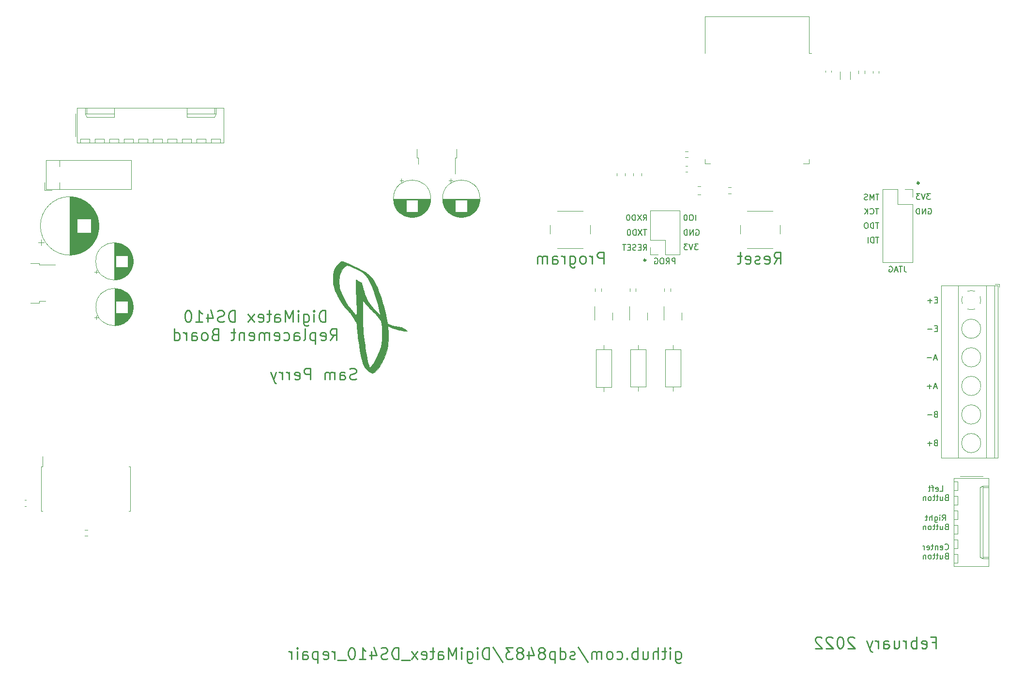
<source format=gbr>
%TF.GenerationSoftware,KiCad,Pcbnew,(6.0.2)*%
%TF.CreationDate,2022-02-26T12:49:07-05:00*%
%TF.ProjectId,digiMatex_DS410,64696769-4d61-4746-9578-5f4453343130,A*%
%TF.SameCoordinates,PX2ebae40PY2255100*%
%TF.FileFunction,Legend,Bot*%
%TF.FilePolarity,Positive*%
%FSLAX46Y46*%
G04 Gerber Fmt 4.6, Leading zero omitted, Abs format (unit mm)*
G04 Created by KiCad (PCBNEW (6.0.2)) date 2022-02-26 12:49:07*
%MOMM*%
%LPD*%
G01*
G04 APERTURE LIST*
%ADD10C,0.285714*%
%ADD11C,0.150000*%
%ADD12C,0.325000*%
%ADD13C,0.010000*%
%ADD14C,0.120000*%
G04 APERTURE END LIST*
D10*
X124285714Y-112471428D02*
X124285714Y-114090476D01*
X124380952Y-114280952D01*
X124476190Y-114376190D01*
X124666666Y-114471428D01*
X124952380Y-114471428D01*
X125142857Y-114376190D01*
X124285714Y-113709523D02*
X124476190Y-113804761D01*
X124857142Y-113804761D01*
X125047619Y-113709523D01*
X125142857Y-113614285D01*
X125238095Y-113423809D01*
X125238095Y-112852380D01*
X125142857Y-112661904D01*
X125047619Y-112566666D01*
X124857142Y-112471428D01*
X124476190Y-112471428D01*
X124285714Y-112566666D01*
X123333333Y-113804761D02*
X123333333Y-112471428D01*
X123333333Y-111804761D02*
X123428571Y-111900000D01*
X123333333Y-111995238D01*
X123238095Y-111900000D01*
X123333333Y-111804761D01*
X123333333Y-111995238D01*
X122666666Y-112471428D02*
X121904761Y-112471428D01*
X122380952Y-111804761D02*
X122380952Y-113519047D01*
X122285714Y-113709523D01*
X122095238Y-113804761D01*
X121904761Y-113804761D01*
X121238095Y-113804761D02*
X121238095Y-111804761D01*
X120380952Y-113804761D02*
X120380952Y-112757142D01*
X120476190Y-112566666D01*
X120666666Y-112471428D01*
X120952380Y-112471428D01*
X121142857Y-112566666D01*
X121238095Y-112661904D01*
X118571428Y-112471428D02*
X118571428Y-113804761D01*
X119428571Y-112471428D02*
X119428571Y-113519047D01*
X119333333Y-113709523D01*
X119142857Y-113804761D01*
X118857142Y-113804761D01*
X118666666Y-113709523D01*
X118571428Y-113614285D01*
X117619047Y-113804761D02*
X117619047Y-111804761D01*
X117619047Y-112566666D02*
X117428571Y-112471428D01*
X117047619Y-112471428D01*
X116857142Y-112566666D01*
X116761904Y-112661904D01*
X116666666Y-112852380D01*
X116666666Y-113423809D01*
X116761904Y-113614285D01*
X116857142Y-113709523D01*
X117047619Y-113804761D01*
X117428571Y-113804761D01*
X117619047Y-113709523D01*
X115809523Y-113614285D02*
X115714285Y-113709523D01*
X115809523Y-113804761D01*
X115904761Y-113709523D01*
X115809523Y-113614285D01*
X115809523Y-113804761D01*
X114000000Y-113709523D02*
X114190476Y-113804761D01*
X114571428Y-113804761D01*
X114761904Y-113709523D01*
X114857142Y-113614285D01*
X114952380Y-113423809D01*
X114952380Y-112852380D01*
X114857142Y-112661904D01*
X114761904Y-112566666D01*
X114571428Y-112471428D01*
X114190476Y-112471428D01*
X114000000Y-112566666D01*
X112857142Y-113804761D02*
X113047619Y-113709523D01*
X113142857Y-113614285D01*
X113238095Y-113423809D01*
X113238095Y-112852380D01*
X113142857Y-112661904D01*
X113047619Y-112566666D01*
X112857142Y-112471428D01*
X112571428Y-112471428D01*
X112380952Y-112566666D01*
X112285714Y-112661904D01*
X112190476Y-112852380D01*
X112190476Y-113423809D01*
X112285714Y-113614285D01*
X112380952Y-113709523D01*
X112571428Y-113804761D01*
X112857142Y-113804761D01*
X111333333Y-113804761D02*
X111333333Y-112471428D01*
X111333333Y-112661904D02*
X111238095Y-112566666D01*
X111047619Y-112471428D01*
X110761904Y-112471428D01*
X110571428Y-112566666D01*
X110476190Y-112757142D01*
X110476190Y-113804761D01*
X110476190Y-112757142D02*
X110380952Y-112566666D01*
X110190476Y-112471428D01*
X109904761Y-112471428D01*
X109714285Y-112566666D01*
X109619047Y-112757142D01*
X109619047Y-113804761D01*
X107238095Y-111709523D02*
X108952380Y-114280952D01*
X106666666Y-113709523D02*
X106476190Y-113804761D01*
X106095238Y-113804761D01*
X105904761Y-113709523D01*
X105809523Y-113519047D01*
X105809523Y-113423809D01*
X105904761Y-113233333D01*
X106095238Y-113138095D01*
X106380952Y-113138095D01*
X106571428Y-113042857D01*
X106666666Y-112852380D01*
X106666666Y-112757142D01*
X106571428Y-112566666D01*
X106380952Y-112471428D01*
X106095238Y-112471428D01*
X105904761Y-112566666D01*
X104095238Y-113804761D02*
X104095238Y-111804761D01*
X104095238Y-113709523D02*
X104285714Y-113804761D01*
X104666666Y-113804761D01*
X104857142Y-113709523D01*
X104952380Y-113614285D01*
X105047619Y-113423809D01*
X105047619Y-112852380D01*
X104952380Y-112661904D01*
X104857142Y-112566666D01*
X104666666Y-112471428D01*
X104285714Y-112471428D01*
X104095238Y-112566666D01*
X103142857Y-112471428D02*
X103142857Y-114471428D01*
X103142857Y-112566666D02*
X102952380Y-112471428D01*
X102571428Y-112471428D01*
X102380952Y-112566666D01*
X102285714Y-112661904D01*
X102190476Y-112852380D01*
X102190476Y-113423809D01*
X102285714Y-113614285D01*
X102380952Y-113709523D01*
X102571428Y-113804761D01*
X102952380Y-113804761D01*
X103142857Y-113709523D01*
X101047619Y-112661904D02*
X101238095Y-112566666D01*
X101333333Y-112471428D01*
X101428571Y-112280952D01*
X101428571Y-112185714D01*
X101333333Y-111995238D01*
X101238095Y-111900000D01*
X101047619Y-111804761D01*
X100666666Y-111804761D01*
X100476190Y-111900000D01*
X100380952Y-111995238D01*
X100285714Y-112185714D01*
X100285714Y-112280952D01*
X100380952Y-112471428D01*
X100476190Y-112566666D01*
X100666666Y-112661904D01*
X101047619Y-112661904D01*
X101238095Y-112757142D01*
X101333333Y-112852380D01*
X101428571Y-113042857D01*
X101428571Y-113423809D01*
X101333333Y-113614285D01*
X101238095Y-113709523D01*
X101047619Y-113804761D01*
X100666666Y-113804761D01*
X100476190Y-113709523D01*
X100380952Y-113614285D01*
X100285714Y-113423809D01*
X100285714Y-113042857D01*
X100380952Y-112852380D01*
X100476190Y-112757142D01*
X100666666Y-112661904D01*
X98571428Y-112471428D02*
X98571428Y-113804761D01*
X99047619Y-111709523D02*
X99523809Y-113138095D01*
X98285714Y-113138095D01*
X97238095Y-112661904D02*
X97428571Y-112566666D01*
X97523809Y-112471428D01*
X97619047Y-112280952D01*
X97619047Y-112185714D01*
X97523809Y-111995238D01*
X97428571Y-111900000D01*
X97238095Y-111804761D01*
X96857142Y-111804761D01*
X96666666Y-111900000D01*
X96571428Y-111995238D01*
X96476190Y-112185714D01*
X96476190Y-112280952D01*
X96571428Y-112471428D01*
X96666666Y-112566666D01*
X96857142Y-112661904D01*
X97238095Y-112661904D01*
X97428571Y-112757142D01*
X97523809Y-112852380D01*
X97619047Y-113042857D01*
X97619047Y-113423809D01*
X97523809Y-113614285D01*
X97428571Y-113709523D01*
X97238095Y-113804761D01*
X96857142Y-113804761D01*
X96666666Y-113709523D01*
X96571428Y-113614285D01*
X96476190Y-113423809D01*
X96476190Y-113042857D01*
X96571428Y-112852380D01*
X96666666Y-112757142D01*
X96857142Y-112661904D01*
X95809523Y-111804761D02*
X94571428Y-111804761D01*
X95238095Y-112566666D01*
X94952380Y-112566666D01*
X94761904Y-112661904D01*
X94666666Y-112757142D01*
X94571428Y-112947619D01*
X94571428Y-113423809D01*
X94666666Y-113614285D01*
X94761904Y-113709523D01*
X94952380Y-113804761D01*
X95523809Y-113804761D01*
X95714285Y-113709523D01*
X95809523Y-113614285D01*
X92285714Y-111709523D02*
X94000000Y-114280952D01*
X91619047Y-113804761D02*
X91619047Y-111804761D01*
X91142857Y-111804761D01*
X90857142Y-111900000D01*
X90666666Y-112090476D01*
X90571428Y-112280952D01*
X90476190Y-112661904D01*
X90476190Y-112947619D01*
X90571428Y-113328571D01*
X90666666Y-113519047D01*
X90857142Y-113709523D01*
X91142857Y-113804761D01*
X91619047Y-113804761D01*
X89619047Y-113804761D02*
X89619047Y-112471428D01*
X89619047Y-111804761D02*
X89714285Y-111900000D01*
X89619047Y-111995238D01*
X89523809Y-111900000D01*
X89619047Y-111804761D01*
X89619047Y-111995238D01*
X87809523Y-112471428D02*
X87809523Y-114090476D01*
X87904761Y-114280952D01*
X88000000Y-114376190D01*
X88190476Y-114471428D01*
X88476190Y-114471428D01*
X88666666Y-114376190D01*
X87809523Y-113709523D02*
X88000000Y-113804761D01*
X88380952Y-113804761D01*
X88571428Y-113709523D01*
X88666666Y-113614285D01*
X88761904Y-113423809D01*
X88761904Y-112852380D01*
X88666666Y-112661904D01*
X88571428Y-112566666D01*
X88380952Y-112471428D01*
X88000000Y-112471428D01*
X87809523Y-112566666D01*
X86857142Y-113804761D02*
X86857142Y-112471428D01*
X86857142Y-111804761D02*
X86952380Y-111900000D01*
X86857142Y-111995238D01*
X86761904Y-111900000D01*
X86857142Y-111804761D01*
X86857142Y-111995238D01*
X85904761Y-113804761D02*
X85904761Y-111804761D01*
X85238095Y-113233333D01*
X84571428Y-111804761D01*
X84571428Y-113804761D01*
X82761904Y-113804761D02*
X82761904Y-112757142D01*
X82857142Y-112566666D01*
X83047619Y-112471428D01*
X83428571Y-112471428D01*
X83619047Y-112566666D01*
X82761904Y-113709523D02*
X82952380Y-113804761D01*
X83428571Y-113804761D01*
X83619047Y-113709523D01*
X83714285Y-113519047D01*
X83714285Y-113328571D01*
X83619047Y-113138095D01*
X83428571Y-113042857D01*
X82952380Y-113042857D01*
X82761904Y-112947619D01*
X82095238Y-112471428D02*
X81333333Y-112471428D01*
X81809523Y-111804761D02*
X81809523Y-113519047D01*
X81714285Y-113709523D01*
X81523809Y-113804761D01*
X81333333Y-113804761D01*
X79904761Y-113709523D02*
X80095238Y-113804761D01*
X80476190Y-113804761D01*
X80666666Y-113709523D01*
X80761904Y-113519047D01*
X80761904Y-112757142D01*
X80666666Y-112566666D01*
X80476190Y-112471428D01*
X80095238Y-112471428D01*
X79904761Y-112566666D01*
X79809523Y-112757142D01*
X79809523Y-112947619D01*
X80761904Y-113138095D01*
X79142857Y-113804761D02*
X78095238Y-112471428D01*
X79142857Y-112471428D02*
X78095238Y-113804761D01*
X77809523Y-113995238D02*
X76285714Y-113995238D01*
X75809523Y-113804761D02*
X75809523Y-111804761D01*
X75333333Y-111804761D01*
X75047619Y-111900000D01*
X74857142Y-112090476D01*
X74761904Y-112280952D01*
X74666666Y-112661904D01*
X74666666Y-112947619D01*
X74761904Y-113328571D01*
X74857142Y-113519047D01*
X75047619Y-113709523D01*
X75333333Y-113804761D01*
X75809523Y-113804761D01*
X73904761Y-113709523D02*
X73619047Y-113804761D01*
X73142857Y-113804761D01*
X72952380Y-113709523D01*
X72857142Y-113614285D01*
X72761904Y-113423809D01*
X72761904Y-113233333D01*
X72857142Y-113042857D01*
X72952380Y-112947619D01*
X73142857Y-112852380D01*
X73523809Y-112757142D01*
X73714285Y-112661904D01*
X73809523Y-112566666D01*
X73904761Y-112376190D01*
X73904761Y-112185714D01*
X73809523Y-111995238D01*
X73714285Y-111900000D01*
X73523809Y-111804761D01*
X73047619Y-111804761D01*
X72761904Y-111900000D01*
X71047619Y-112471428D02*
X71047619Y-113804761D01*
X71523809Y-111709523D02*
X72000000Y-113138095D01*
X70761904Y-113138095D01*
X68952380Y-113804761D02*
X70095238Y-113804761D01*
X69523809Y-113804761D02*
X69523809Y-111804761D01*
X69714285Y-112090476D01*
X69904761Y-112280952D01*
X70095238Y-112376190D01*
X67714285Y-111804761D02*
X67523809Y-111804761D01*
X67333333Y-111900000D01*
X67238095Y-111995238D01*
X67142857Y-112185714D01*
X67047619Y-112566666D01*
X67047619Y-113042857D01*
X67142857Y-113423809D01*
X67238095Y-113614285D01*
X67333333Y-113709523D01*
X67523809Y-113804761D01*
X67714285Y-113804761D01*
X67904761Y-113709523D01*
X68000000Y-113614285D01*
X68095238Y-113423809D01*
X68190476Y-113042857D01*
X68190476Y-112566666D01*
X68095238Y-112185714D01*
X68000000Y-111995238D01*
X67904761Y-111900000D01*
X67714285Y-111804761D01*
X66666666Y-113995238D02*
X65142857Y-113995238D01*
X64666666Y-113804761D02*
X64666666Y-112471428D01*
X64666666Y-112852380D02*
X64571428Y-112661904D01*
X64476190Y-112566666D01*
X64285714Y-112471428D01*
X64095238Y-112471428D01*
X62666666Y-113709523D02*
X62857142Y-113804761D01*
X63238095Y-113804761D01*
X63428571Y-113709523D01*
X63523809Y-113519047D01*
X63523809Y-112757142D01*
X63428571Y-112566666D01*
X63238095Y-112471428D01*
X62857142Y-112471428D01*
X62666666Y-112566666D01*
X62571428Y-112757142D01*
X62571428Y-112947619D01*
X63523809Y-113138095D01*
X61714285Y-112471428D02*
X61714285Y-114471428D01*
X61714285Y-112566666D02*
X61523809Y-112471428D01*
X61142857Y-112471428D01*
X60952380Y-112566666D01*
X60857142Y-112661904D01*
X60761904Y-112852380D01*
X60761904Y-113423809D01*
X60857142Y-113614285D01*
X60952380Y-113709523D01*
X61142857Y-113804761D01*
X61523809Y-113804761D01*
X61714285Y-113709523D01*
X59047619Y-113804761D02*
X59047619Y-112757142D01*
X59142857Y-112566666D01*
X59333333Y-112471428D01*
X59714285Y-112471428D01*
X59904761Y-112566666D01*
X59047619Y-113709523D02*
X59238095Y-113804761D01*
X59714285Y-113804761D01*
X59904761Y-113709523D01*
X60000000Y-113519047D01*
X60000000Y-113328571D01*
X59904761Y-113138095D01*
X59714285Y-113042857D01*
X59238095Y-113042857D01*
X59047619Y-112947619D01*
X58095238Y-113804761D02*
X58095238Y-112471428D01*
X58095238Y-111804761D02*
X58190476Y-111900000D01*
X58095238Y-111995238D01*
X58000000Y-111900000D01*
X58095238Y-111804761D01*
X58095238Y-111995238D01*
X57142857Y-113804761D02*
X57142857Y-112471428D01*
X57142857Y-112852380D02*
X57047619Y-112661904D01*
X56952380Y-112566666D01*
X56761904Y-112471428D01*
X56571428Y-112471428D01*
X169157142Y-110857142D02*
X169823809Y-110857142D01*
X169823809Y-111904761D02*
X169823809Y-109904761D01*
X168871428Y-109904761D01*
X167347619Y-111809523D02*
X167538095Y-111904761D01*
X167919047Y-111904761D01*
X168109523Y-111809523D01*
X168204761Y-111619047D01*
X168204761Y-110857142D01*
X168109523Y-110666666D01*
X167919047Y-110571428D01*
X167538095Y-110571428D01*
X167347619Y-110666666D01*
X167252380Y-110857142D01*
X167252380Y-111047619D01*
X168204761Y-111238095D01*
X166395238Y-111904761D02*
X166395238Y-109904761D01*
X166395238Y-110666666D02*
X166204761Y-110571428D01*
X165823809Y-110571428D01*
X165633333Y-110666666D01*
X165538095Y-110761904D01*
X165442857Y-110952380D01*
X165442857Y-111523809D01*
X165538095Y-111714285D01*
X165633333Y-111809523D01*
X165823809Y-111904761D01*
X166204761Y-111904761D01*
X166395238Y-111809523D01*
X164585714Y-111904761D02*
X164585714Y-110571428D01*
X164585714Y-110952380D02*
X164490476Y-110761904D01*
X164395238Y-110666666D01*
X164204761Y-110571428D01*
X164014285Y-110571428D01*
X162490476Y-110571428D02*
X162490476Y-111904761D01*
X163347619Y-110571428D02*
X163347619Y-111619047D01*
X163252380Y-111809523D01*
X163061904Y-111904761D01*
X162776190Y-111904761D01*
X162585714Y-111809523D01*
X162490476Y-111714285D01*
X160680952Y-111904761D02*
X160680952Y-110857142D01*
X160776190Y-110666666D01*
X160966666Y-110571428D01*
X161347619Y-110571428D01*
X161538095Y-110666666D01*
X160680952Y-111809523D02*
X160871428Y-111904761D01*
X161347619Y-111904761D01*
X161538095Y-111809523D01*
X161633333Y-111619047D01*
X161633333Y-111428571D01*
X161538095Y-111238095D01*
X161347619Y-111142857D01*
X160871428Y-111142857D01*
X160680952Y-111047619D01*
X159728571Y-111904761D02*
X159728571Y-110571428D01*
X159728571Y-110952380D02*
X159633333Y-110761904D01*
X159538095Y-110666666D01*
X159347619Y-110571428D01*
X159157142Y-110571428D01*
X158680952Y-110571428D02*
X158204761Y-111904761D01*
X157728571Y-110571428D02*
X158204761Y-111904761D01*
X158395238Y-112380952D01*
X158490476Y-112476190D01*
X158680952Y-112571428D01*
X155538095Y-110095238D02*
X155442857Y-110000000D01*
X155252380Y-109904761D01*
X154776190Y-109904761D01*
X154585714Y-110000000D01*
X154490476Y-110095238D01*
X154395238Y-110285714D01*
X154395238Y-110476190D01*
X154490476Y-110761904D01*
X155633333Y-111904761D01*
X154395238Y-111904761D01*
X153157142Y-109904761D02*
X152966666Y-109904761D01*
X152776190Y-110000000D01*
X152680952Y-110095238D01*
X152585714Y-110285714D01*
X152490476Y-110666666D01*
X152490476Y-111142857D01*
X152585714Y-111523809D01*
X152680952Y-111714285D01*
X152776190Y-111809523D01*
X152966666Y-111904761D01*
X153157142Y-111904761D01*
X153347619Y-111809523D01*
X153442857Y-111714285D01*
X153538095Y-111523809D01*
X153633333Y-111142857D01*
X153633333Y-110666666D01*
X153538095Y-110285714D01*
X153442857Y-110095238D01*
X153347619Y-110000000D01*
X153157142Y-109904761D01*
X151728571Y-110095238D02*
X151633333Y-110000000D01*
X151442857Y-109904761D01*
X150966666Y-109904761D01*
X150776190Y-110000000D01*
X150680952Y-110095238D01*
X150585714Y-110285714D01*
X150585714Y-110476190D01*
X150680952Y-110761904D01*
X151823809Y-111904761D01*
X150585714Y-111904761D01*
X149823809Y-110095238D02*
X149728571Y-110000000D01*
X149538095Y-109904761D01*
X149061904Y-109904761D01*
X148871428Y-110000000D01*
X148776190Y-110095238D01*
X148680952Y-110285714D01*
X148680952Y-110476190D01*
X148776190Y-110761904D01*
X149919047Y-111904761D01*
X148680952Y-111904761D01*
X68428571Y-64809523D02*
X68142857Y-64904761D01*
X67666666Y-64904761D01*
X67476190Y-64809523D01*
X67380952Y-64714285D01*
X67285714Y-64523809D01*
X67285714Y-64333333D01*
X67380952Y-64142857D01*
X67476190Y-64047619D01*
X67666666Y-63952380D01*
X68047619Y-63857142D01*
X68238095Y-63761904D01*
X68333333Y-63666666D01*
X68428571Y-63476190D01*
X68428571Y-63285714D01*
X68333333Y-63095238D01*
X68238095Y-63000000D01*
X68047619Y-62904761D01*
X67571428Y-62904761D01*
X67285714Y-63000000D01*
X65571428Y-64904761D02*
X65571428Y-63857142D01*
X65666666Y-63666666D01*
X65857142Y-63571428D01*
X66238095Y-63571428D01*
X66428571Y-63666666D01*
X65571428Y-64809523D02*
X65761904Y-64904761D01*
X66238095Y-64904761D01*
X66428571Y-64809523D01*
X66523809Y-64619047D01*
X66523809Y-64428571D01*
X66428571Y-64238095D01*
X66238095Y-64142857D01*
X65761904Y-64142857D01*
X65571428Y-64047619D01*
X64619047Y-64904761D02*
X64619047Y-63571428D01*
X64619047Y-63761904D02*
X64523809Y-63666666D01*
X64333333Y-63571428D01*
X64047619Y-63571428D01*
X63857142Y-63666666D01*
X63761904Y-63857142D01*
X63761904Y-64904761D01*
X63761904Y-63857142D02*
X63666666Y-63666666D01*
X63476190Y-63571428D01*
X63190476Y-63571428D01*
X63000000Y-63666666D01*
X62904761Y-63857142D01*
X62904761Y-64904761D01*
X60428571Y-64904761D02*
X60428571Y-62904761D01*
X59666666Y-62904761D01*
X59476190Y-63000000D01*
X59380952Y-63095238D01*
X59285714Y-63285714D01*
X59285714Y-63571428D01*
X59380952Y-63761904D01*
X59476190Y-63857142D01*
X59666666Y-63952380D01*
X60428571Y-63952380D01*
X57666666Y-64809523D02*
X57857142Y-64904761D01*
X58238095Y-64904761D01*
X58428571Y-64809523D01*
X58523809Y-64619047D01*
X58523809Y-63857142D01*
X58428571Y-63666666D01*
X58238095Y-63571428D01*
X57857142Y-63571428D01*
X57666666Y-63666666D01*
X57571428Y-63857142D01*
X57571428Y-64047619D01*
X58523809Y-64238095D01*
X56714285Y-64904761D02*
X56714285Y-63571428D01*
X56714285Y-63952380D02*
X56619047Y-63761904D01*
X56523809Y-63666666D01*
X56333333Y-63571428D01*
X56142857Y-63571428D01*
X55476190Y-64904761D02*
X55476190Y-63571428D01*
X55476190Y-63952380D02*
X55380952Y-63761904D01*
X55285714Y-63666666D01*
X55095238Y-63571428D01*
X54904761Y-63571428D01*
X54428571Y-63571428D02*
X53952380Y-64904761D01*
X53476190Y-63571428D02*
X53952380Y-64904761D01*
X54142857Y-65380952D01*
X54238095Y-65476190D01*
X54428571Y-65571428D01*
X63038095Y-54794761D02*
X63038095Y-52794761D01*
X62561904Y-52794761D01*
X62276190Y-52890000D01*
X62085714Y-53080476D01*
X61990476Y-53270952D01*
X61895238Y-53651904D01*
X61895238Y-53937619D01*
X61990476Y-54318571D01*
X62085714Y-54509047D01*
X62276190Y-54699523D01*
X62561904Y-54794761D01*
X63038095Y-54794761D01*
X61038095Y-54794761D02*
X61038095Y-53461428D01*
X61038095Y-52794761D02*
X61133333Y-52890000D01*
X61038095Y-52985238D01*
X60942857Y-52890000D01*
X61038095Y-52794761D01*
X61038095Y-52985238D01*
X59228571Y-53461428D02*
X59228571Y-55080476D01*
X59323809Y-55270952D01*
X59419047Y-55366190D01*
X59609523Y-55461428D01*
X59895238Y-55461428D01*
X60085714Y-55366190D01*
X59228571Y-54699523D02*
X59419047Y-54794761D01*
X59800000Y-54794761D01*
X59990476Y-54699523D01*
X60085714Y-54604285D01*
X60180952Y-54413809D01*
X60180952Y-53842380D01*
X60085714Y-53651904D01*
X59990476Y-53556666D01*
X59800000Y-53461428D01*
X59419047Y-53461428D01*
X59228571Y-53556666D01*
X58276190Y-54794761D02*
X58276190Y-53461428D01*
X58276190Y-52794761D02*
X58371428Y-52890000D01*
X58276190Y-52985238D01*
X58180952Y-52890000D01*
X58276190Y-52794761D01*
X58276190Y-52985238D01*
X57323809Y-54794761D02*
X57323809Y-52794761D01*
X56657142Y-54223333D01*
X55990476Y-52794761D01*
X55990476Y-54794761D01*
X54180952Y-54794761D02*
X54180952Y-53747142D01*
X54276190Y-53556666D01*
X54466666Y-53461428D01*
X54847619Y-53461428D01*
X55038095Y-53556666D01*
X54180952Y-54699523D02*
X54371428Y-54794761D01*
X54847619Y-54794761D01*
X55038095Y-54699523D01*
X55133333Y-54509047D01*
X55133333Y-54318571D01*
X55038095Y-54128095D01*
X54847619Y-54032857D01*
X54371428Y-54032857D01*
X54180952Y-53937619D01*
X53514285Y-53461428D02*
X52752380Y-53461428D01*
X53228571Y-52794761D02*
X53228571Y-54509047D01*
X53133333Y-54699523D01*
X52942857Y-54794761D01*
X52752380Y-54794761D01*
X51323809Y-54699523D02*
X51514285Y-54794761D01*
X51895238Y-54794761D01*
X52085714Y-54699523D01*
X52180952Y-54509047D01*
X52180952Y-53747142D01*
X52085714Y-53556666D01*
X51895238Y-53461428D01*
X51514285Y-53461428D01*
X51323809Y-53556666D01*
X51228571Y-53747142D01*
X51228571Y-53937619D01*
X52180952Y-54128095D01*
X50561904Y-54794761D02*
X49514285Y-53461428D01*
X50561904Y-53461428D02*
X49514285Y-54794761D01*
X47228571Y-54794761D02*
X47228571Y-52794761D01*
X46752380Y-52794761D01*
X46466666Y-52890000D01*
X46276190Y-53080476D01*
X46180952Y-53270952D01*
X46085714Y-53651904D01*
X46085714Y-53937619D01*
X46180952Y-54318571D01*
X46276190Y-54509047D01*
X46466666Y-54699523D01*
X46752380Y-54794761D01*
X47228571Y-54794761D01*
X45323809Y-54699523D02*
X45038095Y-54794761D01*
X44561904Y-54794761D01*
X44371428Y-54699523D01*
X44276190Y-54604285D01*
X44180952Y-54413809D01*
X44180952Y-54223333D01*
X44276190Y-54032857D01*
X44371428Y-53937619D01*
X44561904Y-53842380D01*
X44942857Y-53747142D01*
X45133333Y-53651904D01*
X45228571Y-53556666D01*
X45323809Y-53366190D01*
X45323809Y-53175714D01*
X45228571Y-52985238D01*
X45133333Y-52890000D01*
X44942857Y-52794761D01*
X44466666Y-52794761D01*
X44180952Y-52890000D01*
X42466666Y-53461428D02*
X42466666Y-54794761D01*
X42942857Y-52699523D02*
X43419047Y-54128095D01*
X42180952Y-54128095D01*
X40371428Y-54794761D02*
X41514285Y-54794761D01*
X40942857Y-54794761D02*
X40942857Y-52794761D01*
X41133333Y-53080476D01*
X41323809Y-53270952D01*
X41514285Y-53366190D01*
X39133333Y-52794761D02*
X38942857Y-52794761D01*
X38752380Y-52890000D01*
X38657142Y-52985238D01*
X38561904Y-53175714D01*
X38466666Y-53556666D01*
X38466666Y-54032857D01*
X38561904Y-54413809D01*
X38657142Y-54604285D01*
X38752380Y-54699523D01*
X38942857Y-54794761D01*
X39133333Y-54794761D01*
X39323809Y-54699523D01*
X39419047Y-54604285D01*
X39514285Y-54413809D01*
X39609523Y-54032857D01*
X39609523Y-53556666D01*
X39514285Y-53175714D01*
X39419047Y-52985238D01*
X39323809Y-52890000D01*
X39133333Y-52794761D01*
X63847619Y-58014761D02*
X64514285Y-57062380D01*
X64990476Y-58014761D02*
X64990476Y-56014761D01*
X64228571Y-56014761D01*
X64038095Y-56110000D01*
X63942857Y-56205238D01*
X63847619Y-56395714D01*
X63847619Y-56681428D01*
X63942857Y-56871904D01*
X64038095Y-56967142D01*
X64228571Y-57062380D01*
X64990476Y-57062380D01*
X62228571Y-57919523D02*
X62419047Y-58014761D01*
X62800000Y-58014761D01*
X62990476Y-57919523D01*
X63085714Y-57729047D01*
X63085714Y-56967142D01*
X62990476Y-56776666D01*
X62800000Y-56681428D01*
X62419047Y-56681428D01*
X62228571Y-56776666D01*
X62133333Y-56967142D01*
X62133333Y-57157619D01*
X63085714Y-57348095D01*
X61276190Y-56681428D02*
X61276190Y-58681428D01*
X61276190Y-56776666D02*
X61085714Y-56681428D01*
X60704761Y-56681428D01*
X60514285Y-56776666D01*
X60419047Y-56871904D01*
X60323809Y-57062380D01*
X60323809Y-57633809D01*
X60419047Y-57824285D01*
X60514285Y-57919523D01*
X60704761Y-58014761D01*
X61085714Y-58014761D01*
X61276190Y-57919523D01*
X59180952Y-58014761D02*
X59371428Y-57919523D01*
X59466666Y-57729047D01*
X59466666Y-56014761D01*
X57561904Y-58014761D02*
X57561904Y-56967142D01*
X57657142Y-56776666D01*
X57847619Y-56681428D01*
X58228571Y-56681428D01*
X58419047Y-56776666D01*
X57561904Y-57919523D02*
X57752380Y-58014761D01*
X58228571Y-58014761D01*
X58419047Y-57919523D01*
X58514285Y-57729047D01*
X58514285Y-57538571D01*
X58419047Y-57348095D01*
X58228571Y-57252857D01*
X57752380Y-57252857D01*
X57561904Y-57157619D01*
X55752380Y-57919523D02*
X55942857Y-58014761D01*
X56323809Y-58014761D01*
X56514285Y-57919523D01*
X56609523Y-57824285D01*
X56704761Y-57633809D01*
X56704761Y-57062380D01*
X56609523Y-56871904D01*
X56514285Y-56776666D01*
X56323809Y-56681428D01*
X55942857Y-56681428D01*
X55752380Y-56776666D01*
X54133333Y-57919523D02*
X54323809Y-58014761D01*
X54704761Y-58014761D01*
X54895238Y-57919523D01*
X54990476Y-57729047D01*
X54990476Y-56967142D01*
X54895238Y-56776666D01*
X54704761Y-56681428D01*
X54323809Y-56681428D01*
X54133333Y-56776666D01*
X54038095Y-56967142D01*
X54038095Y-57157619D01*
X54990476Y-57348095D01*
X53180952Y-58014761D02*
X53180952Y-56681428D01*
X53180952Y-56871904D02*
X53085714Y-56776666D01*
X52895238Y-56681428D01*
X52609523Y-56681428D01*
X52419047Y-56776666D01*
X52323809Y-56967142D01*
X52323809Y-58014761D01*
X52323809Y-56967142D02*
X52228571Y-56776666D01*
X52038095Y-56681428D01*
X51752380Y-56681428D01*
X51561904Y-56776666D01*
X51466666Y-56967142D01*
X51466666Y-58014761D01*
X49752380Y-57919523D02*
X49942857Y-58014761D01*
X50323809Y-58014761D01*
X50514285Y-57919523D01*
X50609523Y-57729047D01*
X50609523Y-56967142D01*
X50514285Y-56776666D01*
X50323809Y-56681428D01*
X49942857Y-56681428D01*
X49752380Y-56776666D01*
X49657142Y-56967142D01*
X49657142Y-57157619D01*
X50609523Y-57348095D01*
X48800000Y-56681428D02*
X48800000Y-58014761D01*
X48800000Y-56871904D02*
X48704761Y-56776666D01*
X48514285Y-56681428D01*
X48228571Y-56681428D01*
X48038095Y-56776666D01*
X47942857Y-56967142D01*
X47942857Y-58014761D01*
X47276190Y-56681428D02*
X46514285Y-56681428D01*
X46990476Y-56014761D02*
X46990476Y-57729047D01*
X46895238Y-57919523D01*
X46704761Y-58014761D01*
X46514285Y-58014761D01*
X43657142Y-56967142D02*
X43371428Y-57062380D01*
X43276190Y-57157619D01*
X43180952Y-57348095D01*
X43180952Y-57633809D01*
X43276190Y-57824285D01*
X43371428Y-57919523D01*
X43561904Y-58014761D01*
X44323809Y-58014761D01*
X44323809Y-56014761D01*
X43657142Y-56014761D01*
X43466666Y-56110000D01*
X43371428Y-56205238D01*
X43276190Y-56395714D01*
X43276190Y-56586190D01*
X43371428Y-56776666D01*
X43466666Y-56871904D01*
X43657142Y-56967142D01*
X44323809Y-56967142D01*
X42038095Y-58014761D02*
X42228571Y-57919523D01*
X42323809Y-57824285D01*
X42419047Y-57633809D01*
X42419047Y-57062380D01*
X42323809Y-56871904D01*
X42228571Y-56776666D01*
X42038095Y-56681428D01*
X41752380Y-56681428D01*
X41561904Y-56776666D01*
X41466666Y-56871904D01*
X41371428Y-57062380D01*
X41371428Y-57633809D01*
X41466666Y-57824285D01*
X41561904Y-57919523D01*
X41752380Y-58014761D01*
X42038095Y-58014761D01*
X39657142Y-58014761D02*
X39657142Y-56967142D01*
X39752380Y-56776666D01*
X39942857Y-56681428D01*
X40323809Y-56681428D01*
X40514285Y-56776666D01*
X39657142Y-57919523D02*
X39847619Y-58014761D01*
X40323809Y-58014761D01*
X40514285Y-57919523D01*
X40609523Y-57729047D01*
X40609523Y-57538571D01*
X40514285Y-57348095D01*
X40323809Y-57252857D01*
X39847619Y-57252857D01*
X39657142Y-57157619D01*
X38704761Y-58014761D02*
X38704761Y-56681428D01*
X38704761Y-57062380D02*
X38609523Y-56871904D01*
X38514285Y-56776666D01*
X38323809Y-56681428D01*
X38133333Y-56681428D01*
X36609523Y-58014761D02*
X36609523Y-56014761D01*
X36609523Y-57919523D02*
X36800000Y-58014761D01*
X37180952Y-58014761D01*
X37371428Y-57919523D01*
X37466666Y-57824285D01*
X37561904Y-57633809D01*
X37561904Y-57062380D01*
X37466666Y-56871904D01*
X37371428Y-56776666D01*
X37180952Y-56681428D01*
X36800000Y-56681428D01*
X36609523Y-56776666D01*
D11*
X170919047Y-89547380D02*
X171252380Y-89071190D01*
X171490476Y-89547380D02*
X171490476Y-88547380D01*
X171109523Y-88547380D01*
X171014285Y-88595000D01*
X170966666Y-88642619D01*
X170919047Y-88737857D01*
X170919047Y-88880714D01*
X170966666Y-88975952D01*
X171014285Y-89023571D01*
X171109523Y-89071190D01*
X171490476Y-89071190D01*
X170490476Y-89547380D02*
X170490476Y-88880714D01*
X170490476Y-88547380D02*
X170538095Y-88595000D01*
X170490476Y-88642619D01*
X170442857Y-88595000D01*
X170490476Y-88547380D01*
X170490476Y-88642619D01*
X169585714Y-88880714D02*
X169585714Y-89690238D01*
X169633333Y-89785476D01*
X169680952Y-89833095D01*
X169776190Y-89880714D01*
X169919047Y-89880714D01*
X170014285Y-89833095D01*
X169585714Y-89499761D02*
X169680952Y-89547380D01*
X169871428Y-89547380D01*
X169966666Y-89499761D01*
X170014285Y-89452142D01*
X170061904Y-89356904D01*
X170061904Y-89071190D01*
X170014285Y-88975952D01*
X169966666Y-88928333D01*
X169871428Y-88880714D01*
X169680952Y-88880714D01*
X169585714Y-88928333D01*
X169109523Y-89547380D02*
X169109523Y-88547380D01*
X168680952Y-89547380D02*
X168680952Y-89023571D01*
X168728571Y-88928333D01*
X168823809Y-88880714D01*
X168966666Y-88880714D01*
X169061904Y-88928333D01*
X169109523Y-88975952D01*
X168347619Y-88880714D02*
X167966666Y-88880714D01*
X168204761Y-88547380D02*
X168204761Y-89404523D01*
X168157142Y-89499761D01*
X168061904Y-89547380D01*
X167966666Y-89547380D01*
X171657142Y-90633571D02*
X171514285Y-90681190D01*
X171466666Y-90728809D01*
X171419047Y-90824047D01*
X171419047Y-90966904D01*
X171466666Y-91062142D01*
X171514285Y-91109761D01*
X171609523Y-91157380D01*
X171990476Y-91157380D01*
X171990476Y-90157380D01*
X171657142Y-90157380D01*
X171561904Y-90205000D01*
X171514285Y-90252619D01*
X171466666Y-90347857D01*
X171466666Y-90443095D01*
X171514285Y-90538333D01*
X171561904Y-90585952D01*
X171657142Y-90633571D01*
X171990476Y-90633571D01*
X170561904Y-90490714D02*
X170561904Y-91157380D01*
X170990476Y-90490714D02*
X170990476Y-91014523D01*
X170942857Y-91109761D01*
X170847619Y-91157380D01*
X170704761Y-91157380D01*
X170609523Y-91109761D01*
X170561904Y-91062142D01*
X170228571Y-90490714D02*
X169847619Y-90490714D01*
X170085714Y-90157380D02*
X170085714Y-91014523D01*
X170038095Y-91109761D01*
X169942857Y-91157380D01*
X169847619Y-91157380D01*
X169657142Y-90490714D02*
X169276190Y-90490714D01*
X169514285Y-90157380D02*
X169514285Y-91014523D01*
X169466666Y-91109761D01*
X169371428Y-91157380D01*
X169276190Y-91157380D01*
X168800000Y-91157380D02*
X168895238Y-91109761D01*
X168942857Y-91062142D01*
X168990476Y-90966904D01*
X168990476Y-90681190D01*
X168942857Y-90585952D01*
X168895238Y-90538333D01*
X168800000Y-90490714D01*
X168657142Y-90490714D01*
X168561904Y-90538333D01*
X168514285Y-90585952D01*
X168466666Y-90681190D01*
X168466666Y-90966904D01*
X168514285Y-91062142D01*
X168561904Y-91109761D01*
X168657142Y-91157380D01*
X168800000Y-91157380D01*
X168038095Y-90490714D02*
X168038095Y-91157380D01*
X168038095Y-90585952D02*
X167990476Y-90538333D01*
X167895238Y-90490714D01*
X167752380Y-90490714D01*
X167657142Y-90538333D01*
X167609523Y-90633571D01*
X167609523Y-91157380D01*
X171395238Y-94552142D02*
X171442857Y-94599761D01*
X171585714Y-94647380D01*
X171680952Y-94647380D01*
X171823809Y-94599761D01*
X171919047Y-94504523D01*
X171966666Y-94409285D01*
X172014285Y-94218809D01*
X172014285Y-94075952D01*
X171966666Y-93885476D01*
X171919047Y-93790238D01*
X171823809Y-93695000D01*
X171680952Y-93647380D01*
X171585714Y-93647380D01*
X171442857Y-93695000D01*
X171395238Y-93742619D01*
X170585714Y-94599761D02*
X170680952Y-94647380D01*
X170871428Y-94647380D01*
X170966666Y-94599761D01*
X171014285Y-94504523D01*
X171014285Y-94123571D01*
X170966666Y-94028333D01*
X170871428Y-93980714D01*
X170680952Y-93980714D01*
X170585714Y-94028333D01*
X170538095Y-94123571D01*
X170538095Y-94218809D01*
X171014285Y-94314047D01*
X170109523Y-93980714D02*
X170109523Y-94647380D01*
X170109523Y-94075952D02*
X170061904Y-94028333D01*
X169966666Y-93980714D01*
X169823809Y-93980714D01*
X169728571Y-94028333D01*
X169680952Y-94123571D01*
X169680952Y-94647380D01*
X169347619Y-93980714D02*
X168966666Y-93980714D01*
X169204761Y-93647380D02*
X169204761Y-94504523D01*
X169157142Y-94599761D01*
X169061904Y-94647380D01*
X168966666Y-94647380D01*
X168252380Y-94599761D02*
X168347619Y-94647380D01*
X168538095Y-94647380D01*
X168633333Y-94599761D01*
X168680952Y-94504523D01*
X168680952Y-94123571D01*
X168633333Y-94028333D01*
X168538095Y-93980714D01*
X168347619Y-93980714D01*
X168252380Y-94028333D01*
X168204761Y-94123571D01*
X168204761Y-94218809D01*
X168680952Y-94314047D01*
X167776190Y-94647380D02*
X167776190Y-93980714D01*
X167776190Y-94171190D02*
X167728571Y-94075952D01*
X167680952Y-94028333D01*
X167585714Y-93980714D01*
X167490476Y-93980714D01*
X171657142Y-95733571D02*
X171514285Y-95781190D01*
X171466666Y-95828809D01*
X171419047Y-95924047D01*
X171419047Y-96066904D01*
X171466666Y-96162142D01*
X171514285Y-96209761D01*
X171609523Y-96257380D01*
X171990476Y-96257380D01*
X171990476Y-95257380D01*
X171657142Y-95257380D01*
X171561904Y-95305000D01*
X171514285Y-95352619D01*
X171466666Y-95447857D01*
X171466666Y-95543095D01*
X171514285Y-95638333D01*
X171561904Y-95685952D01*
X171657142Y-95733571D01*
X171990476Y-95733571D01*
X170561904Y-95590714D02*
X170561904Y-96257380D01*
X170990476Y-95590714D02*
X170990476Y-96114523D01*
X170942857Y-96209761D01*
X170847619Y-96257380D01*
X170704761Y-96257380D01*
X170609523Y-96209761D01*
X170561904Y-96162142D01*
X170228571Y-95590714D02*
X169847619Y-95590714D01*
X170085714Y-95257380D02*
X170085714Y-96114523D01*
X170038095Y-96209761D01*
X169942857Y-96257380D01*
X169847619Y-96257380D01*
X169657142Y-95590714D02*
X169276190Y-95590714D01*
X169514285Y-95257380D02*
X169514285Y-96114523D01*
X169466666Y-96209761D01*
X169371428Y-96257380D01*
X169276190Y-96257380D01*
X168800000Y-96257380D02*
X168895238Y-96209761D01*
X168942857Y-96162142D01*
X168990476Y-96066904D01*
X168990476Y-95781190D01*
X168942857Y-95685952D01*
X168895238Y-95638333D01*
X168800000Y-95590714D01*
X168657142Y-95590714D01*
X168561904Y-95638333D01*
X168514285Y-95685952D01*
X168466666Y-95781190D01*
X168466666Y-96066904D01*
X168514285Y-96162142D01*
X168561904Y-96209761D01*
X168657142Y-96257380D01*
X168800000Y-96257380D01*
X168038095Y-95590714D02*
X168038095Y-96257380D01*
X168038095Y-95685952D02*
X167990476Y-95638333D01*
X167895238Y-95590714D01*
X167752380Y-95590714D01*
X167657142Y-95638333D01*
X167609523Y-95733571D01*
X167609523Y-96257380D01*
X170490476Y-84447380D02*
X170966666Y-84447380D01*
X170966666Y-83447380D01*
X169776190Y-84399761D02*
X169871428Y-84447380D01*
X170061904Y-84447380D01*
X170157142Y-84399761D01*
X170204761Y-84304523D01*
X170204761Y-83923571D01*
X170157142Y-83828333D01*
X170061904Y-83780714D01*
X169871428Y-83780714D01*
X169776190Y-83828333D01*
X169728571Y-83923571D01*
X169728571Y-84018809D01*
X170204761Y-84114047D01*
X169442857Y-83780714D02*
X169061904Y-83780714D01*
X169300000Y-84447380D02*
X169300000Y-83590238D01*
X169252380Y-83495000D01*
X169157142Y-83447380D01*
X169061904Y-83447380D01*
X168871428Y-83780714D02*
X168490476Y-83780714D01*
X168728571Y-83447380D02*
X168728571Y-84304523D01*
X168680952Y-84399761D01*
X168585714Y-84447380D01*
X168490476Y-84447380D01*
X171657142Y-85533571D02*
X171514285Y-85581190D01*
X171466666Y-85628809D01*
X171419047Y-85724047D01*
X171419047Y-85866904D01*
X171466666Y-85962142D01*
X171514285Y-86009761D01*
X171609523Y-86057380D01*
X171990476Y-86057380D01*
X171990476Y-85057380D01*
X171657142Y-85057380D01*
X171561904Y-85105000D01*
X171514285Y-85152619D01*
X171466666Y-85247857D01*
X171466666Y-85343095D01*
X171514285Y-85438333D01*
X171561904Y-85485952D01*
X171657142Y-85533571D01*
X171990476Y-85533571D01*
X170561904Y-85390714D02*
X170561904Y-86057380D01*
X170990476Y-85390714D02*
X170990476Y-85914523D01*
X170942857Y-86009761D01*
X170847619Y-86057380D01*
X170704761Y-86057380D01*
X170609523Y-86009761D01*
X170561904Y-85962142D01*
X170228571Y-85390714D02*
X169847619Y-85390714D01*
X170085714Y-85057380D02*
X170085714Y-85914523D01*
X170038095Y-86009761D01*
X169942857Y-86057380D01*
X169847619Y-86057380D01*
X169657142Y-85390714D02*
X169276190Y-85390714D01*
X169514285Y-85057380D02*
X169514285Y-85914523D01*
X169466666Y-86009761D01*
X169371428Y-86057380D01*
X169276190Y-86057380D01*
X168800000Y-86057380D02*
X168895238Y-86009761D01*
X168942857Y-85962142D01*
X168990476Y-85866904D01*
X168990476Y-85581190D01*
X168942857Y-85485952D01*
X168895238Y-85438333D01*
X168800000Y-85390714D01*
X168657142Y-85390714D01*
X168561904Y-85438333D01*
X168514285Y-85485952D01*
X168466666Y-85581190D01*
X168466666Y-85866904D01*
X168514285Y-85962142D01*
X168561904Y-86009761D01*
X168657142Y-86057380D01*
X168800000Y-86057380D01*
X168038095Y-85390714D02*
X168038095Y-86057380D01*
X168038095Y-85485952D02*
X167990476Y-85438333D01*
X167895238Y-85390714D01*
X167752380Y-85390714D01*
X167657142Y-85438333D01*
X167609523Y-85533571D01*
X167609523Y-86057380D01*
D12*
X166862500Y-30500000D02*
G75*
G03*
X166862500Y-30500000I-162500J0D01*
G01*
X119062500Y-44000000D02*
G75*
G03*
X119062500Y-44000000I-162500J0D01*
G01*
D11*
X124185714Y-44652380D02*
X124185714Y-43652380D01*
X123804761Y-43652380D01*
X123709523Y-43700000D01*
X123661904Y-43747619D01*
X123614285Y-43842857D01*
X123614285Y-43985714D01*
X123661904Y-44080952D01*
X123709523Y-44128571D01*
X123804761Y-44176190D01*
X124185714Y-44176190D01*
X122614285Y-44652380D02*
X122947619Y-44176190D01*
X123185714Y-44652380D02*
X123185714Y-43652380D01*
X122804761Y-43652380D01*
X122709523Y-43700000D01*
X122661904Y-43747619D01*
X122614285Y-43842857D01*
X122614285Y-43985714D01*
X122661904Y-44080952D01*
X122709523Y-44128571D01*
X122804761Y-44176190D01*
X123185714Y-44176190D01*
X121995238Y-43652380D02*
X121804761Y-43652380D01*
X121709523Y-43700000D01*
X121614285Y-43795238D01*
X121566666Y-43985714D01*
X121566666Y-44319047D01*
X121614285Y-44509523D01*
X121709523Y-44604761D01*
X121804761Y-44652380D01*
X121995238Y-44652380D01*
X122090476Y-44604761D01*
X122185714Y-44509523D01*
X122233333Y-44319047D01*
X122233333Y-43985714D01*
X122185714Y-43795238D01*
X122090476Y-43700000D01*
X121995238Y-43652380D01*
X120614285Y-43700000D02*
X120709523Y-43652380D01*
X120852380Y-43652380D01*
X120995238Y-43700000D01*
X121090476Y-43795238D01*
X121138095Y-43890476D01*
X121185714Y-44080952D01*
X121185714Y-44223809D01*
X121138095Y-44414285D01*
X121090476Y-44509523D01*
X120995238Y-44604761D01*
X120852380Y-44652380D01*
X120757142Y-44652380D01*
X120614285Y-44604761D01*
X120566666Y-44557142D01*
X120566666Y-44223809D01*
X120757142Y-44223809D01*
X164266666Y-45052380D02*
X164266666Y-45766666D01*
X164314285Y-45909523D01*
X164409523Y-46004761D01*
X164552380Y-46052380D01*
X164647619Y-46052380D01*
X163933333Y-45052380D02*
X163361904Y-45052380D01*
X163647619Y-46052380D02*
X163647619Y-45052380D01*
X163076190Y-45766666D02*
X162600000Y-45766666D01*
X163171428Y-46052380D02*
X162838095Y-45052380D01*
X162504761Y-46052380D01*
X161647619Y-45100000D02*
X161742857Y-45052380D01*
X161885714Y-45052380D01*
X162028571Y-45100000D01*
X162123809Y-45195238D01*
X162171428Y-45290476D01*
X162219047Y-45480952D01*
X162219047Y-45623809D01*
X162171428Y-45814285D01*
X162123809Y-45909523D01*
X162028571Y-46004761D01*
X161885714Y-46052380D01*
X161790476Y-46052380D01*
X161647619Y-46004761D01*
X161600000Y-45957142D01*
X161600000Y-45623809D01*
X161790476Y-45623809D01*
X159823809Y-39952380D02*
X159252380Y-39952380D01*
X159538095Y-40952380D02*
X159538095Y-39952380D01*
X158919047Y-40952380D02*
X158919047Y-39952380D01*
X158680952Y-39952380D01*
X158538095Y-40000000D01*
X158442857Y-40095238D01*
X158395238Y-40190476D01*
X158347619Y-40380952D01*
X158347619Y-40523809D01*
X158395238Y-40714285D01*
X158442857Y-40809523D01*
X158538095Y-40904761D01*
X158680952Y-40952380D01*
X158919047Y-40952380D01*
X157919047Y-40952380D02*
X157919047Y-39952380D01*
X159809523Y-37452380D02*
X159238095Y-37452380D01*
X159523809Y-38452380D02*
X159523809Y-37452380D01*
X158904761Y-38452380D02*
X158904761Y-37452380D01*
X158666666Y-37452380D01*
X158523809Y-37500000D01*
X158428571Y-37595238D01*
X158380952Y-37690476D01*
X158333333Y-37880952D01*
X158333333Y-38023809D01*
X158380952Y-38214285D01*
X158428571Y-38309523D01*
X158523809Y-38404761D01*
X158666666Y-38452380D01*
X158904761Y-38452380D01*
X157714285Y-37452380D02*
X157523809Y-37452380D01*
X157428571Y-37500000D01*
X157333333Y-37595238D01*
X157285714Y-37785714D01*
X157285714Y-38119047D01*
X157333333Y-38309523D01*
X157428571Y-38404761D01*
X157523809Y-38452380D01*
X157714285Y-38452380D01*
X157809523Y-38404761D01*
X157904761Y-38309523D01*
X157952380Y-38119047D01*
X157952380Y-37785714D01*
X157904761Y-37595238D01*
X157809523Y-37500000D01*
X157714285Y-37452380D01*
X159785714Y-34952380D02*
X159214285Y-34952380D01*
X159500000Y-35952380D02*
X159500000Y-34952380D01*
X158309523Y-35857142D02*
X158357142Y-35904761D01*
X158500000Y-35952380D01*
X158595238Y-35952380D01*
X158738095Y-35904761D01*
X158833333Y-35809523D01*
X158880952Y-35714285D01*
X158928571Y-35523809D01*
X158928571Y-35380952D01*
X158880952Y-35190476D01*
X158833333Y-35095238D01*
X158738095Y-35000000D01*
X158595238Y-34952380D01*
X158500000Y-34952380D01*
X158357142Y-35000000D01*
X158309523Y-35047619D01*
X157880952Y-35952380D02*
X157880952Y-34952380D01*
X157309523Y-35952380D02*
X157738095Y-35380952D01*
X157309523Y-34952380D02*
X157880952Y-35523809D01*
X159833333Y-32452380D02*
X159261904Y-32452380D01*
X159547619Y-33452380D02*
X159547619Y-32452380D01*
X158928571Y-33452380D02*
X158928571Y-32452380D01*
X158595238Y-33166666D01*
X158261904Y-32452380D01*
X158261904Y-33452380D01*
X157833333Y-33404761D02*
X157690476Y-33452380D01*
X157452380Y-33452380D01*
X157357142Y-33404761D01*
X157309523Y-33357142D01*
X157261904Y-33261904D01*
X157261904Y-33166666D01*
X157309523Y-33071428D01*
X157357142Y-33023809D01*
X157452380Y-32976190D01*
X157642857Y-32928571D01*
X157738095Y-32880952D01*
X157785714Y-32833333D01*
X157833333Y-32738095D01*
X157833333Y-32642857D01*
X157785714Y-32547619D01*
X157738095Y-32500000D01*
X157642857Y-32452380D01*
X157404761Y-32452380D01*
X157261904Y-32500000D01*
X168461904Y-35000000D02*
X168557142Y-34952380D01*
X168700000Y-34952380D01*
X168842857Y-35000000D01*
X168938095Y-35095238D01*
X168985714Y-35190476D01*
X169033333Y-35380952D01*
X169033333Y-35523809D01*
X168985714Y-35714285D01*
X168938095Y-35809523D01*
X168842857Y-35904761D01*
X168700000Y-35952380D01*
X168604761Y-35952380D01*
X168461904Y-35904761D01*
X168414285Y-35857142D01*
X168414285Y-35523809D01*
X168604761Y-35523809D01*
X167985714Y-35952380D02*
X167985714Y-34952380D01*
X167414285Y-35952380D01*
X167414285Y-34952380D01*
X166938095Y-35952380D02*
X166938095Y-34952380D01*
X166700000Y-34952380D01*
X166557142Y-35000000D01*
X166461904Y-35095238D01*
X166414285Y-35190476D01*
X166366666Y-35380952D01*
X166366666Y-35523809D01*
X166414285Y-35714285D01*
X166461904Y-35809523D01*
X166557142Y-35904761D01*
X166700000Y-35952380D01*
X166938095Y-35952380D01*
X168838095Y-32352380D02*
X168219047Y-32352380D01*
X168552380Y-32733333D01*
X168409523Y-32733333D01*
X168314285Y-32780952D01*
X168266666Y-32828571D01*
X168219047Y-32923809D01*
X168219047Y-33161904D01*
X168266666Y-33257142D01*
X168314285Y-33304761D01*
X168409523Y-33352380D01*
X168695238Y-33352380D01*
X168790476Y-33304761D01*
X168838095Y-33257142D01*
X167933333Y-32352380D02*
X167600000Y-33352380D01*
X167266666Y-32352380D01*
X167028571Y-32352380D02*
X166409523Y-32352380D01*
X166742857Y-32733333D01*
X166600000Y-32733333D01*
X166504761Y-32780952D01*
X166457142Y-32828571D01*
X166409523Y-32923809D01*
X166409523Y-33161904D01*
X166457142Y-33257142D01*
X166504761Y-33304761D01*
X166600000Y-33352380D01*
X166885714Y-33352380D01*
X166980952Y-33304761D01*
X167028571Y-33257142D01*
X169747619Y-75928571D02*
X169604761Y-75976190D01*
X169557142Y-76023809D01*
X169509523Y-76119047D01*
X169509523Y-76261904D01*
X169557142Y-76357142D01*
X169604761Y-76404761D01*
X169700000Y-76452380D01*
X170080952Y-76452380D01*
X170080952Y-75452380D01*
X169747619Y-75452380D01*
X169652380Y-75500000D01*
X169604761Y-75547619D01*
X169557142Y-75642857D01*
X169557142Y-75738095D01*
X169604761Y-75833333D01*
X169652380Y-75880952D01*
X169747619Y-75928571D01*
X170080952Y-75928571D01*
X169080952Y-76071428D02*
X168319047Y-76071428D01*
X168700000Y-76452380D02*
X168700000Y-75690476D01*
X169747619Y-70928571D02*
X169604761Y-70976190D01*
X169557142Y-71023809D01*
X169509523Y-71119047D01*
X169509523Y-71261904D01*
X169557142Y-71357142D01*
X169604761Y-71404761D01*
X169700000Y-71452380D01*
X170080952Y-71452380D01*
X170080952Y-70452380D01*
X169747619Y-70452380D01*
X169652380Y-70500000D01*
X169604761Y-70547619D01*
X169557142Y-70642857D01*
X169557142Y-70738095D01*
X169604761Y-70833333D01*
X169652380Y-70880952D01*
X169747619Y-70928571D01*
X170080952Y-70928571D01*
X169080952Y-71071428D02*
X168319047Y-71071428D01*
X169957142Y-66166666D02*
X169480952Y-66166666D01*
X170052380Y-66452380D02*
X169719047Y-65452380D01*
X169385714Y-66452380D01*
X169052380Y-66071428D02*
X168290476Y-66071428D01*
X168671428Y-66452380D02*
X168671428Y-65690476D01*
X169957142Y-61166666D02*
X169480952Y-61166666D01*
X170052380Y-61452380D02*
X169719047Y-60452380D01*
X169385714Y-61452380D01*
X169052380Y-61071428D02*
X168290476Y-61071428D01*
X170033333Y-55928571D02*
X169700000Y-55928571D01*
X169557142Y-56452380D02*
X170033333Y-56452380D01*
X170033333Y-55452380D01*
X169557142Y-55452380D01*
X169128571Y-56071428D02*
X168366666Y-56071428D01*
X170033333Y-50928571D02*
X169700000Y-50928571D01*
X169557142Y-51452380D02*
X170033333Y-51452380D01*
X170033333Y-50452380D01*
X169557142Y-50452380D01*
X169128571Y-51071428D02*
X168366666Y-51071428D01*
X168747619Y-51452380D02*
X168747619Y-50690476D01*
X128213095Y-41152380D02*
X127594047Y-41152380D01*
X127927380Y-41533333D01*
X127784523Y-41533333D01*
X127689285Y-41580952D01*
X127641666Y-41628571D01*
X127594047Y-41723809D01*
X127594047Y-41961904D01*
X127641666Y-42057142D01*
X127689285Y-42104761D01*
X127784523Y-42152380D01*
X128070238Y-42152380D01*
X128165476Y-42104761D01*
X128213095Y-42057142D01*
X127308333Y-41152380D02*
X126975000Y-42152380D01*
X126641666Y-41152380D01*
X126403571Y-41152380D02*
X125784523Y-41152380D01*
X126117857Y-41533333D01*
X125975000Y-41533333D01*
X125879761Y-41580952D01*
X125832142Y-41628571D01*
X125784523Y-41723809D01*
X125784523Y-41961904D01*
X125832142Y-42057142D01*
X125879761Y-42104761D01*
X125975000Y-42152380D01*
X126260714Y-42152380D01*
X126355952Y-42104761D01*
X126403571Y-42057142D01*
X127836904Y-38700000D02*
X127932142Y-38652380D01*
X128075000Y-38652380D01*
X128217857Y-38700000D01*
X128313095Y-38795238D01*
X128360714Y-38890476D01*
X128408333Y-39080952D01*
X128408333Y-39223809D01*
X128360714Y-39414285D01*
X128313095Y-39509523D01*
X128217857Y-39604761D01*
X128075000Y-39652380D01*
X127979761Y-39652380D01*
X127836904Y-39604761D01*
X127789285Y-39557142D01*
X127789285Y-39223809D01*
X127979761Y-39223809D01*
X127360714Y-39652380D02*
X127360714Y-38652380D01*
X126789285Y-39652380D01*
X126789285Y-38652380D01*
X126313095Y-39652380D02*
X126313095Y-38652380D01*
X126075000Y-38652380D01*
X125932142Y-38700000D01*
X125836904Y-38795238D01*
X125789285Y-38890476D01*
X125741666Y-39080952D01*
X125741666Y-39223809D01*
X125789285Y-39414285D01*
X125836904Y-39509523D01*
X125932142Y-39604761D01*
X126075000Y-39652380D01*
X126313095Y-39652380D01*
X127775000Y-37052380D02*
X127775000Y-36052380D01*
X127108333Y-36052380D02*
X126917857Y-36052380D01*
X126822619Y-36100000D01*
X126727380Y-36195238D01*
X126679761Y-36385714D01*
X126679761Y-36719047D01*
X126727380Y-36909523D01*
X126822619Y-37004761D01*
X126917857Y-37052380D01*
X127108333Y-37052380D01*
X127203571Y-37004761D01*
X127298809Y-36909523D01*
X127346428Y-36719047D01*
X127346428Y-36385714D01*
X127298809Y-36195238D01*
X127203571Y-36100000D01*
X127108333Y-36052380D01*
X126060714Y-36052380D02*
X125965476Y-36052380D01*
X125870238Y-36100000D01*
X125822619Y-36147619D01*
X125775000Y-36242857D01*
X125727380Y-36433333D01*
X125727380Y-36671428D01*
X125775000Y-36861904D01*
X125822619Y-36957142D01*
X125870238Y-37004761D01*
X125965476Y-37052380D01*
X126060714Y-37052380D01*
X126155952Y-37004761D01*
X126203571Y-36957142D01*
X126251190Y-36861904D01*
X126298809Y-36671428D01*
X126298809Y-36433333D01*
X126251190Y-36242857D01*
X126203571Y-36147619D01*
X126155952Y-36100000D01*
X126060714Y-36052380D01*
X118627380Y-42252380D02*
X118960714Y-41776190D01*
X119198809Y-42252380D02*
X119198809Y-41252380D01*
X118817857Y-41252380D01*
X118722619Y-41300000D01*
X118675000Y-41347619D01*
X118627380Y-41442857D01*
X118627380Y-41585714D01*
X118675000Y-41680952D01*
X118722619Y-41728571D01*
X118817857Y-41776190D01*
X119198809Y-41776190D01*
X118198809Y-41728571D02*
X117865476Y-41728571D01*
X117722619Y-42252380D02*
X118198809Y-42252380D01*
X118198809Y-41252380D01*
X117722619Y-41252380D01*
X117341666Y-42204761D02*
X117198809Y-42252380D01*
X116960714Y-42252380D01*
X116865476Y-42204761D01*
X116817857Y-42157142D01*
X116770238Y-42061904D01*
X116770238Y-41966666D01*
X116817857Y-41871428D01*
X116865476Y-41823809D01*
X116960714Y-41776190D01*
X117151190Y-41728571D01*
X117246428Y-41680952D01*
X117294047Y-41633333D01*
X117341666Y-41538095D01*
X117341666Y-41442857D01*
X117294047Y-41347619D01*
X117246428Y-41300000D01*
X117151190Y-41252380D01*
X116913095Y-41252380D01*
X116770238Y-41300000D01*
X116341666Y-41728571D02*
X116008333Y-41728571D01*
X115865476Y-42252380D02*
X116341666Y-42252380D01*
X116341666Y-41252380D01*
X115865476Y-41252380D01*
X115579761Y-41252380D02*
X115008333Y-41252380D01*
X115294047Y-42252380D02*
X115294047Y-41252380D01*
X119213095Y-38652380D02*
X118641666Y-38652380D01*
X118927380Y-39652380D02*
X118927380Y-38652380D01*
X118403571Y-38652380D02*
X117736904Y-39652380D01*
X117736904Y-38652380D02*
X118403571Y-39652380D01*
X117355952Y-39652380D02*
X117355952Y-38652380D01*
X117117857Y-38652380D01*
X116975000Y-38700000D01*
X116879761Y-38795238D01*
X116832142Y-38890476D01*
X116784523Y-39080952D01*
X116784523Y-39223809D01*
X116832142Y-39414285D01*
X116879761Y-39509523D01*
X116975000Y-39604761D01*
X117117857Y-39652380D01*
X117355952Y-39652380D01*
X116165476Y-38652380D02*
X116070238Y-38652380D01*
X115975000Y-38700000D01*
X115927380Y-38747619D01*
X115879761Y-38842857D01*
X115832142Y-39033333D01*
X115832142Y-39271428D01*
X115879761Y-39461904D01*
X115927380Y-39557142D01*
X115975000Y-39604761D01*
X116070238Y-39652380D01*
X116165476Y-39652380D01*
X116260714Y-39604761D01*
X116308333Y-39557142D01*
X116355952Y-39461904D01*
X116403571Y-39271428D01*
X116403571Y-39033333D01*
X116355952Y-38842857D01*
X116308333Y-38747619D01*
X116260714Y-38700000D01*
X116165476Y-38652380D01*
X118617857Y-37052380D02*
X118951190Y-36576190D01*
X119189285Y-37052380D02*
X119189285Y-36052380D01*
X118808333Y-36052380D01*
X118713095Y-36100000D01*
X118665476Y-36147619D01*
X118617857Y-36242857D01*
X118617857Y-36385714D01*
X118665476Y-36480952D01*
X118713095Y-36528571D01*
X118808333Y-36576190D01*
X119189285Y-36576190D01*
X118284523Y-36052380D02*
X117617857Y-37052380D01*
X117617857Y-36052380D02*
X118284523Y-37052380D01*
X117236904Y-37052380D02*
X117236904Y-36052380D01*
X116998809Y-36052380D01*
X116855952Y-36100000D01*
X116760714Y-36195238D01*
X116713095Y-36290476D01*
X116665476Y-36480952D01*
X116665476Y-36623809D01*
X116713095Y-36814285D01*
X116760714Y-36909523D01*
X116855952Y-37004761D01*
X116998809Y-37052380D01*
X117236904Y-37052380D01*
X116046428Y-36052380D02*
X115951190Y-36052380D01*
X115855952Y-36100000D01*
X115808333Y-36147619D01*
X115760714Y-36242857D01*
X115713095Y-36433333D01*
X115713095Y-36671428D01*
X115760714Y-36861904D01*
X115808333Y-36957142D01*
X115855952Y-37004761D01*
X115951190Y-37052380D01*
X116046428Y-37052380D01*
X116141666Y-37004761D01*
X116189285Y-36957142D01*
X116236904Y-36861904D01*
X116284523Y-36671428D01*
X116284523Y-36433333D01*
X116236904Y-36242857D01*
X116189285Y-36147619D01*
X116141666Y-36100000D01*
X116046428Y-36052380D01*
D10*
X141476190Y-44604761D02*
X142142857Y-43652380D01*
X142619047Y-44604761D02*
X142619047Y-42604761D01*
X141857142Y-42604761D01*
X141666666Y-42700000D01*
X141571428Y-42795238D01*
X141476190Y-42985714D01*
X141476190Y-43271428D01*
X141571428Y-43461904D01*
X141666666Y-43557142D01*
X141857142Y-43652380D01*
X142619047Y-43652380D01*
X139857142Y-44509523D02*
X140047619Y-44604761D01*
X140428571Y-44604761D01*
X140619047Y-44509523D01*
X140714285Y-44319047D01*
X140714285Y-43557142D01*
X140619047Y-43366666D01*
X140428571Y-43271428D01*
X140047619Y-43271428D01*
X139857142Y-43366666D01*
X139761904Y-43557142D01*
X139761904Y-43747619D01*
X140714285Y-43938095D01*
X139000000Y-44509523D02*
X138809523Y-44604761D01*
X138428571Y-44604761D01*
X138238095Y-44509523D01*
X138142857Y-44319047D01*
X138142857Y-44223809D01*
X138238095Y-44033333D01*
X138428571Y-43938095D01*
X138714285Y-43938095D01*
X138904761Y-43842857D01*
X139000000Y-43652380D01*
X139000000Y-43557142D01*
X138904761Y-43366666D01*
X138714285Y-43271428D01*
X138428571Y-43271428D01*
X138238095Y-43366666D01*
X136523809Y-44509523D02*
X136714285Y-44604761D01*
X137095238Y-44604761D01*
X137285714Y-44509523D01*
X137380952Y-44319047D01*
X137380952Y-43557142D01*
X137285714Y-43366666D01*
X137095238Y-43271428D01*
X136714285Y-43271428D01*
X136523809Y-43366666D01*
X136428571Y-43557142D01*
X136428571Y-43747619D01*
X137380952Y-43938095D01*
X135857142Y-43271428D02*
X135095238Y-43271428D01*
X135571428Y-42604761D02*
X135571428Y-44319047D01*
X135476190Y-44509523D01*
X135285714Y-44604761D01*
X135095238Y-44604761D01*
X111709523Y-44604761D02*
X111709523Y-42604761D01*
X110947619Y-42604761D01*
X110757142Y-42700000D01*
X110661904Y-42795238D01*
X110566666Y-42985714D01*
X110566666Y-43271428D01*
X110661904Y-43461904D01*
X110757142Y-43557142D01*
X110947619Y-43652380D01*
X111709523Y-43652380D01*
X109709523Y-44604761D02*
X109709523Y-43271428D01*
X109709523Y-43652380D02*
X109614285Y-43461904D01*
X109519047Y-43366666D01*
X109328571Y-43271428D01*
X109138095Y-43271428D01*
X108185714Y-44604761D02*
X108376190Y-44509523D01*
X108471428Y-44414285D01*
X108566666Y-44223809D01*
X108566666Y-43652380D01*
X108471428Y-43461904D01*
X108376190Y-43366666D01*
X108185714Y-43271428D01*
X107900000Y-43271428D01*
X107709523Y-43366666D01*
X107614285Y-43461904D01*
X107519047Y-43652380D01*
X107519047Y-44223809D01*
X107614285Y-44414285D01*
X107709523Y-44509523D01*
X107900000Y-44604761D01*
X108185714Y-44604761D01*
X105804761Y-43271428D02*
X105804761Y-44890476D01*
X105900000Y-45080952D01*
X105995238Y-45176190D01*
X106185714Y-45271428D01*
X106471428Y-45271428D01*
X106661904Y-45176190D01*
X105804761Y-44509523D02*
X105995238Y-44604761D01*
X106376190Y-44604761D01*
X106566666Y-44509523D01*
X106661904Y-44414285D01*
X106757142Y-44223809D01*
X106757142Y-43652380D01*
X106661904Y-43461904D01*
X106566666Y-43366666D01*
X106376190Y-43271428D01*
X105995238Y-43271428D01*
X105804761Y-43366666D01*
X104852380Y-44604761D02*
X104852380Y-43271428D01*
X104852380Y-43652380D02*
X104757142Y-43461904D01*
X104661904Y-43366666D01*
X104471428Y-43271428D01*
X104280952Y-43271428D01*
X102757142Y-44604761D02*
X102757142Y-43557142D01*
X102852380Y-43366666D01*
X103042857Y-43271428D01*
X103423809Y-43271428D01*
X103614285Y-43366666D01*
X102757142Y-44509523D02*
X102947619Y-44604761D01*
X103423809Y-44604761D01*
X103614285Y-44509523D01*
X103709523Y-44319047D01*
X103709523Y-44128571D01*
X103614285Y-43938095D01*
X103423809Y-43842857D01*
X102947619Y-43842857D01*
X102757142Y-43747619D01*
X101804761Y-44604761D02*
X101804761Y-43271428D01*
X101804761Y-43461904D02*
X101709523Y-43366666D01*
X101519047Y-43271428D01*
X101233333Y-43271428D01*
X101042857Y-43366666D01*
X100947619Y-43557142D01*
X100947619Y-44604761D01*
X100947619Y-43557142D02*
X100852380Y-43366666D01*
X100661904Y-43271428D01*
X100376190Y-43271428D01*
X100185714Y-43366666D01*
X100090476Y-43557142D01*
X100090476Y-44604761D01*
D13*
%TO.C,G\u002A\u002A\u002A*%
X65789553Y-44229348D02*
X65587731Y-44359334D01*
X65587731Y-44359334D02*
X65365678Y-44556098D01*
X65365678Y-44556098D02*
X65141515Y-44803423D01*
X65141515Y-44803423D02*
X64933360Y-45085091D01*
X64933360Y-45085091D02*
X64917690Y-45109011D01*
X64917690Y-45109011D02*
X64660527Y-45577772D01*
X64660527Y-45577772D02*
X64483932Y-46076124D01*
X64483932Y-46076124D02*
X64380604Y-46628988D01*
X64380604Y-46628988D02*
X64348323Y-47052357D01*
X64348323Y-47052357D02*
X64354044Y-47618753D01*
X64354044Y-47618753D02*
X64420386Y-48174110D01*
X64420386Y-48174110D02*
X64552541Y-48738756D01*
X64552541Y-48738756D02*
X64755699Y-49333019D01*
X64755699Y-49333019D02*
X65035053Y-49977228D01*
X65035053Y-49977228D02*
X65162198Y-50239216D01*
X65162198Y-50239216D02*
X65477331Y-50834811D01*
X65477331Y-50834811D02*
X65806178Y-51374710D01*
X65806178Y-51374710D02*
X66168977Y-51887300D01*
X66168977Y-51887300D02*
X66585966Y-52400965D01*
X66585966Y-52400965D02*
X67077383Y-52944091D01*
X67077383Y-52944091D02*
X67131403Y-53001123D01*
X67131403Y-53001123D02*
X67403580Y-53300373D01*
X67403580Y-53300373D02*
X67622593Y-53576338D01*
X67622593Y-53576338D02*
X67814695Y-53866779D01*
X67814695Y-53866779D02*
X68006140Y-54209456D01*
X68006140Y-54209456D02*
X68103023Y-54398632D01*
X68103023Y-54398632D02*
X68218581Y-54617345D01*
X68218581Y-54617345D02*
X68325704Y-54800024D01*
X68325704Y-54800024D02*
X68408208Y-54919921D01*
X68408208Y-54919921D02*
X68435481Y-54948195D01*
X68435481Y-54948195D02*
X68472715Y-54998544D01*
X68472715Y-54998544D02*
X68502443Y-55099049D01*
X68502443Y-55099049D02*
X68526947Y-55265480D01*
X68526947Y-55265480D02*
X68548508Y-55513606D01*
X68548508Y-55513606D02*
X68569406Y-55859196D01*
X68569406Y-55859196D02*
X68570641Y-55882471D01*
X68570641Y-55882471D02*
X68594639Y-56215766D01*
X68594639Y-56215766D02*
X68634206Y-56627183D01*
X68634206Y-56627183D02*
X68685455Y-57082356D01*
X68685455Y-57082356D02*
X68744498Y-57546920D01*
X68744498Y-57546920D02*
X68807450Y-57986509D01*
X68807450Y-57986509D02*
X68811925Y-58015605D01*
X68811925Y-58015605D02*
X68873765Y-58419717D01*
X68873765Y-58419717D02*
X68933924Y-58820335D01*
X68933924Y-58820335D02*
X68988626Y-59191749D01*
X68988626Y-59191749D02*
X69034094Y-59508247D01*
X69034094Y-59508247D02*
X69066551Y-59744119D01*
X69066551Y-59744119D02*
X69072196Y-59787522D01*
X69072196Y-59787522D02*
X69135499Y-60187507D01*
X69135499Y-60187507D02*
X69226530Y-60633360D01*
X69226530Y-60633360D02*
X69337894Y-61097654D01*
X69337894Y-61097654D02*
X69462197Y-61552962D01*
X69462197Y-61552962D02*
X69592045Y-61971858D01*
X69592045Y-61971858D02*
X69720044Y-62326913D01*
X69720044Y-62326913D02*
X69815888Y-62546046D01*
X69815888Y-62546046D02*
X69962698Y-62819355D01*
X69962698Y-62819355D02*
X70105363Y-63022883D01*
X70105363Y-63022883D02*
X70273580Y-63195872D01*
X70273580Y-63195872D02*
X70369184Y-63277194D01*
X70369184Y-63277194D02*
X70552154Y-63420104D01*
X70552154Y-63420104D02*
X70721723Y-63542154D01*
X70721723Y-63542154D02*
X70840025Y-63616254D01*
X70840025Y-63616254D02*
X71051123Y-63695147D01*
X71051123Y-63695147D02*
X71274715Y-63732273D01*
X71274715Y-63732273D02*
X71461955Y-63720841D01*
X71461955Y-63720841D02*
X71500957Y-63708124D01*
X71500957Y-63708124D02*
X71608554Y-63634028D01*
X71608554Y-63634028D02*
X71765156Y-63490665D01*
X71765156Y-63490665D02*
X71950824Y-63299752D01*
X71950824Y-63299752D02*
X72145621Y-63083010D01*
X72145621Y-63083010D02*
X72329608Y-62862157D01*
X72329608Y-62862157D02*
X72482846Y-62658913D01*
X72482846Y-62658913D02*
X72534056Y-62582753D01*
X72534056Y-62582753D02*
X72624533Y-62427502D01*
X72624533Y-62427502D02*
X72749762Y-62193559D01*
X72749762Y-62193559D02*
X72896847Y-61905971D01*
X72896847Y-61905971D02*
X73052891Y-61589783D01*
X73052891Y-61589783D02*
X73153941Y-61378834D01*
X73153941Y-61378834D02*
X73453552Y-60696073D01*
X73453552Y-60696073D02*
X73680259Y-60060909D01*
X73680259Y-60060909D02*
X73843151Y-59441507D01*
X73843151Y-59441507D02*
X73951318Y-58806034D01*
X73951318Y-58806034D02*
X73989538Y-58452134D01*
X73989538Y-58452134D02*
X74008839Y-58147395D01*
X74008839Y-58147395D02*
X74020082Y-57777455D01*
X74020082Y-57777455D02*
X74023672Y-57368710D01*
X74023672Y-57368710D02*
X74020014Y-56947556D01*
X74020014Y-56947556D02*
X74009511Y-56540389D01*
X74009511Y-56540389D02*
X73997113Y-56272005D01*
X73997113Y-56272005D02*
X72942954Y-56272005D01*
X72942954Y-56272005D02*
X72942830Y-56749466D01*
X72942830Y-56749466D02*
X72936487Y-57167865D01*
X72936487Y-57167865D02*
X72927131Y-57598264D01*
X72927131Y-57598264D02*
X72916838Y-57936345D01*
X72916838Y-57936345D02*
X72903406Y-58203938D01*
X72903406Y-58203938D02*
X72884633Y-58422876D01*
X72884633Y-58422876D02*
X72858320Y-58614990D01*
X72858320Y-58614990D02*
X72822265Y-58802112D01*
X72822265Y-58802112D02*
X72774267Y-59006072D01*
X72774267Y-59006072D02*
X72735999Y-59156553D01*
X72735999Y-59156553D02*
X72630964Y-59501704D01*
X72630964Y-59501704D02*
X72479822Y-59915450D01*
X72479822Y-59915450D02*
X72295430Y-60368634D01*
X72295430Y-60368634D02*
X72090641Y-60832099D01*
X72090641Y-60832099D02*
X71878312Y-61276687D01*
X71878312Y-61276687D02*
X71671297Y-61673242D01*
X71671297Y-61673242D02*
X71492437Y-61977090D01*
X71492437Y-61977090D02*
X71349521Y-62183624D01*
X71349521Y-62183624D02*
X71192517Y-62383830D01*
X71192517Y-62383830D02*
X71038809Y-62558643D01*
X71038809Y-62558643D02*
X70905783Y-62689000D01*
X70905783Y-62689000D02*
X70810822Y-62755836D01*
X70810822Y-62755836D02*
X70780228Y-62758103D01*
X70780228Y-62758103D02*
X70742302Y-62692735D01*
X70742302Y-62692735D02*
X70683990Y-62544905D01*
X70683990Y-62544905D02*
X70615746Y-62342064D01*
X70615746Y-62342064D02*
X70590316Y-62259381D01*
X70590316Y-62259381D02*
X70439601Y-61720907D01*
X70439601Y-61720907D02*
X70310463Y-61175597D01*
X70310463Y-61175597D02*
X70195652Y-60589349D01*
X70195652Y-60589349D02*
X70087920Y-59928063D01*
X70087920Y-59928063D02*
X70072241Y-59822461D01*
X70072241Y-59822461D02*
X70011743Y-59410055D01*
X70011743Y-59410055D02*
X69942382Y-58936465D01*
X69942382Y-58936465D02*
X69871737Y-58453473D01*
X69871737Y-58453473D02*
X69807385Y-58012863D01*
X69807385Y-58012863D02*
X69792364Y-57909887D01*
X69792364Y-57909887D02*
X69716887Y-57330220D01*
X69716887Y-57330220D02*
X69655267Y-56715647D01*
X69655267Y-56715647D02*
X69606800Y-56052558D01*
X69606800Y-56052558D02*
X69570778Y-55327348D01*
X69570778Y-55327348D02*
X69546494Y-54526409D01*
X69546494Y-54526409D02*
X69533244Y-53636132D01*
X69533244Y-53636132D02*
X69530112Y-52857348D01*
X69530112Y-52857348D02*
X69530112Y-50947815D01*
X69530112Y-50947815D02*
X69740889Y-51260986D01*
X69740889Y-51260986D02*
X69856445Y-51412363D01*
X69856445Y-51412363D02*
X70039218Y-51627133D01*
X70039218Y-51627133D02*
X70274306Y-51889389D01*
X70274306Y-51889389D02*
X70546810Y-52183222D01*
X70546810Y-52183222D02*
X70841828Y-52492726D01*
X70841828Y-52492726D02*
X71144461Y-52801991D01*
X71144461Y-52801991D02*
X71439807Y-53095110D01*
X71439807Y-53095110D02*
X71632942Y-53280944D01*
X71632942Y-53280944D02*
X71797814Y-53448112D01*
X71797814Y-53448112D02*
X72003188Y-53672328D01*
X72003188Y-53672328D02*
X72219410Y-53920583D01*
X72219410Y-53920583D02*
X72367688Y-54098790D01*
X72367688Y-54098790D02*
X72797581Y-54627835D01*
X72797581Y-54627835D02*
X72880084Y-55241445D01*
X72880084Y-55241445D02*
X72912150Y-55537418D01*
X72912150Y-55537418D02*
X72932917Y-55874463D01*
X72932917Y-55874463D02*
X72942954Y-56272005D01*
X72942954Y-56272005D02*
X73997113Y-56272005D01*
X73997113Y-56272005D02*
X73992567Y-56173606D01*
X73992567Y-56173606D02*
X73969586Y-55873602D01*
X73969586Y-55873602D02*
X73947424Y-55701141D01*
X73947424Y-55701141D02*
X73911222Y-55490147D01*
X73911222Y-55490147D02*
X74503252Y-55740546D01*
X74503252Y-55740546D02*
X74813187Y-55864764D01*
X74813187Y-55864764D02*
X75153148Y-55990126D01*
X75153148Y-55990126D02*
X75470058Y-56097455D01*
X75470058Y-56097455D02*
X75608989Y-56140026D01*
X75608989Y-56140026D02*
X75861993Y-56206360D01*
X75861993Y-56206360D02*
X76156046Y-56272400D01*
X76156046Y-56272400D02*
X76465525Y-56333672D01*
X76465525Y-56333672D02*
X76764807Y-56385699D01*
X76764807Y-56385699D02*
X77028268Y-56424005D01*
X77028268Y-56424005D02*
X77230287Y-56444114D01*
X77230287Y-56444114D02*
X77340733Y-56442530D01*
X77340733Y-56442530D02*
X77343846Y-56406481D01*
X77343846Y-56406481D02*
X77269386Y-56326813D01*
X77269386Y-56326813D02*
X77138015Y-56218057D01*
X77138015Y-56218057D02*
X76970397Y-56094748D01*
X76970397Y-56094748D02*
X76787193Y-55971418D01*
X76787193Y-55971418D02*
X76609067Y-55862599D01*
X76609067Y-55862599D02*
X76456680Y-55782823D01*
X76456680Y-55782823D02*
X76351420Y-55746718D01*
X76351420Y-55746718D02*
X75729840Y-55654577D01*
X75729840Y-55654577D02*
X75186919Y-55553549D01*
X75186919Y-55553549D02*
X74729866Y-55445555D01*
X74729866Y-55445555D02*
X74365892Y-55332515D01*
X74365892Y-55332515D02*
X74102205Y-55216350D01*
X74102205Y-55216350D02*
X73953996Y-55107951D01*
X73953996Y-55107951D02*
X73895972Y-55025898D01*
X73895972Y-55025898D02*
X73845791Y-54904301D01*
X73845791Y-54904301D02*
X73798135Y-54723744D01*
X73798135Y-54723744D02*
X73747687Y-54464808D01*
X73747687Y-54464808D02*
X73701264Y-54185151D01*
X73701264Y-54185151D02*
X73599695Y-53628988D01*
X73599695Y-53628988D02*
X72618080Y-53628988D01*
X72618080Y-53628988D02*
X71812748Y-52812220D01*
X71812748Y-52812220D02*
X71406321Y-52387725D01*
X71406321Y-52387725D02*
X71073333Y-52009167D01*
X71073333Y-52009167D02*
X70796547Y-51653134D01*
X70796547Y-51653134D02*
X70558724Y-51296215D01*
X70558724Y-51296215D02*
X70342626Y-50914996D01*
X70342626Y-50914996D02*
X70186725Y-50603820D01*
X70186725Y-50603820D02*
X70054338Y-50294726D01*
X70054338Y-50294726D02*
X69911901Y-49906034D01*
X69911901Y-49906034D02*
X69769751Y-49470467D01*
X69769751Y-49470467D02*
X69638229Y-49020750D01*
X69638229Y-49020750D02*
X69527672Y-48589604D01*
X69527672Y-48589604D02*
X69475634Y-48353106D01*
X69475634Y-48353106D02*
X69413368Y-48109886D01*
X69413368Y-48109886D02*
X69340499Y-47964261D01*
X69340499Y-47964261D02*
X69246759Y-47899670D01*
X69246759Y-47899670D02*
X69190114Y-47892584D01*
X69190114Y-47892584D02*
X69096208Y-47861284D01*
X69096208Y-47861284D02*
X68943968Y-47779229D01*
X68943968Y-47779229D02*
X68766479Y-47664269D01*
X68766479Y-47664269D02*
X68595046Y-47550077D01*
X68595046Y-47550077D02*
X68456067Y-47468200D01*
X68456067Y-47468200D02*
X68379025Y-47435974D01*
X68379025Y-47435974D02*
X68378177Y-47435955D01*
X68378177Y-47435955D02*
X68360407Y-47490429D01*
X68360407Y-47490429D02*
X68349446Y-47643881D01*
X68349446Y-47643881D02*
X68344943Y-47881358D01*
X68344943Y-47881358D02*
X68346549Y-48187906D01*
X68346549Y-48187906D02*
X68353912Y-48548570D01*
X68353912Y-48548570D02*
X68366684Y-48948396D01*
X68366684Y-48948396D02*
X68384514Y-49372431D01*
X68384514Y-49372431D02*
X68407051Y-49805720D01*
X68407051Y-49805720D02*
X68433947Y-50233309D01*
X68433947Y-50233309D02*
X68448335Y-50432584D01*
X68448335Y-50432584D02*
X68462446Y-50668756D01*
X68462446Y-50668756D02*
X68474551Y-50967060D01*
X68474551Y-50967060D02*
X68484540Y-51310533D01*
X68484540Y-51310533D02*
X68492300Y-51682213D01*
X68492300Y-51682213D02*
X68497718Y-52065139D01*
X68497718Y-52065139D02*
X68500683Y-52442348D01*
X68500683Y-52442348D02*
X68501083Y-52796880D01*
X68501083Y-52796880D02*
X68498805Y-53111771D01*
X68498805Y-53111771D02*
X68493737Y-53370061D01*
X68493737Y-53370061D02*
X68485768Y-53554787D01*
X68485768Y-53554787D02*
X68474785Y-53648989D01*
X68474785Y-53648989D02*
X68469651Y-53657528D01*
X68469651Y-53657528D02*
X68415195Y-53619980D01*
X68415195Y-53619980D02*
X68307616Y-53522579D01*
X68307616Y-53522579D02*
X68198528Y-53414943D01*
X68198528Y-53414943D02*
X67844631Y-53036310D01*
X67844631Y-53036310D02*
X67483606Y-52618302D01*
X67483606Y-52618302D02*
X67150948Y-52203037D01*
X67150948Y-52203037D02*
X66961408Y-51947030D01*
X66961408Y-51947030D02*
X66725287Y-51583831D01*
X66725287Y-51583831D02*
X66473939Y-51144511D01*
X66473939Y-51144511D02*
X66224066Y-50662549D01*
X66224066Y-50662549D02*
X65992373Y-50171425D01*
X65992373Y-50171425D02*
X65795564Y-49704618D01*
X65795564Y-49704618D02*
X65671025Y-49360710D01*
X65671025Y-49360710D02*
X65583586Y-49083119D01*
X65583586Y-49083119D02*
X65522950Y-48856206D01*
X65522950Y-48856206D02*
X65483086Y-48643445D01*
X65483086Y-48643445D02*
X65457962Y-48408313D01*
X65457962Y-48408313D02*
X65441549Y-48114287D01*
X65441549Y-48114287D02*
X65434547Y-47928704D01*
X65434547Y-47928704D02*
X65428612Y-47472371D01*
X65428612Y-47472371D02*
X65449928Y-47095473D01*
X65449928Y-47095473D02*
X65504486Y-46765282D01*
X65504486Y-46765282D02*
X65598279Y-46449071D01*
X65598279Y-46449071D02*
X65737301Y-46114115D01*
X65737301Y-46114115D02*
X65785614Y-46011542D01*
X65785614Y-46011542D02*
X65927891Y-45761967D01*
X65927891Y-45761967D02*
X66111869Y-45504752D01*
X66111869Y-45504752D02*
X66315253Y-45265588D01*
X66315253Y-45265588D02*
X66515748Y-45070165D01*
X66515748Y-45070165D02*
X66691059Y-44944176D01*
X66691059Y-44944176D02*
X66726556Y-44927270D01*
X66726556Y-44927270D02*
X66808760Y-44905386D01*
X66808760Y-44905386D02*
X66910911Y-44905723D01*
X66910911Y-44905723D02*
X67044911Y-44932584D01*
X67044911Y-44932584D02*
X67222661Y-44990270D01*
X67222661Y-44990270D02*
X67456062Y-45083080D01*
X67456062Y-45083080D02*
X67757018Y-45215318D01*
X67757018Y-45215318D02*
X68137428Y-45391282D01*
X68137428Y-45391282D02*
X68543433Y-45583838D01*
X68543433Y-45583838D02*
X68914568Y-45765891D01*
X68914568Y-45765891D02*
X69200777Y-45918741D01*
X69200777Y-45918741D02*
X69423277Y-46055202D01*
X69423277Y-46055202D02*
X69603282Y-46188088D01*
X69603282Y-46188088D02*
X69732899Y-46302278D01*
X69732899Y-46302278D02*
X70096592Y-46703820D01*
X70096592Y-46703820D02*
X70453299Y-47211391D01*
X70453299Y-47211391D02*
X70798446Y-47816892D01*
X70798446Y-47816892D02*
X71127457Y-48512219D01*
X71127457Y-48512219D02*
X71435755Y-49289270D01*
X71435755Y-49289270D02*
X71463786Y-49367007D01*
X71463786Y-49367007D02*
X71615261Y-49807552D01*
X71615261Y-49807552D02*
X71773007Y-50296597D01*
X71773007Y-50296597D02*
X71931467Y-50814231D01*
X71931467Y-50814231D02*
X72085084Y-51340544D01*
X72085084Y-51340544D02*
X72228301Y-51855623D01*
X72228301Y-51855623D02*
X72355563Y-52339560D01*
X72355563Y-52339560D02*
X72461311Y-52772444D01*
X72461311Y-52772444D02*
X72539989Y-53134362D01*
X72539989Y-53134362D02*
X72581547Y-53372134D01*
X72581547Y-53372134D02*
X72618080Y-53628988D01*
X72618080Y-53628988D02*
X73599695Y-53628988D01*
X73599695Y-53628988D02*
X73589515Y-53573246D01*
X73589515Y-53573246D02*
X73441231Y-52901952D01*
X73441231Y-52901952D02*
X73263085Y-52193425D01*
X73263085Y-52193425D02*
X73061753Y-51469820D01*
X73061753Y-51469820D02*
X72843909Y-50753294D01*
X72843909Y-50753294D02*
X72616226Y-50066001D01*
X72616226Y-50066001D02*
X72385378Y-49430099D01*
X72385378Y-49430099D02*
X72158041Y-48867742D01*
X72158041Y-48867742D02*
X71986226Y-48491910D01*
X71986226Y-48491910D02*
X71681415Y-47908948D01*
X71681415Y-47908948D02*
X71378181Y-47419684D01*
X71378181Y-47419684D02*
X71060039Y-47005095D01*
X71060039Y-47005095D02*
X70710504Y-46646160D01*
X70710504Y-46646160D02*
X70313090Y-46323856D01*
X70313090Y-46323856D02*
X69851313Y-46019163D01*
X69851313Y-46019163D02*
X69834454Y-46008988D01*
X69834454Y-46008988D02*
X69457101Y-45789287D01*
X69457101Y-45789287D02*
X69041754Y-45560365D01*
X69041754Y-45560365D02*
X68602569Y-45328885D01*
X68602569Y-45328885D02*
X68153706Y-45101510D01*
X68153706Y-45101510D02*
X67709320Y-44884902D01*
X67709320Y-44884902D02*
X67283570Y-44685724D01*
X67283570Y-44685724D02*
X66890613Y-44510639D01*
X66890613Y-44510639D02*
X66544606Y-44366308D01*
X66544606Y-44366308D02*
X66259707Y-44259395D01*
X66259707Y-44259395D02*
X66050073Y-44196563D01*
X66050073Y-44196563D02*
X65953027Y-44182357D01*
X65953027Y-44182357D02*
X65789553Y-44229348D01*
X65789553Y-44229348D02*
X65789553Y-44229348D01*
G36*
X74020014Y-56947556D02*
G01*
X74023672Y-57368710D01*
X74020082Y-57777455D01*
X74008839Y-58147395D01*
X73989538Y-58452134D01*
X73951318Y-58806034D01*
X73843151Y-59441507D01*
X73680259Y-60060909D01*
X73453552Y-60696073D01*
X73153941Y-61378834D01*
X73052891Y-61589783D01*
X72896847Y-61905971D01*
X72749762Y-62193559D01*
X72624533Y-62427502D01*
X72534056Y-62582753D01*
X72482846Y-62658913D01*
X72329608Y-62862157D01*
X72145621Y-63083010D01*
X71950824Y-63299752D01*
X71765156Y-63490665D01*
X71608554Y-63634028D01*
X71500957Y-63708124D01*
X71461955Y-63720841D01*
X71274715Y-63732273D01*
X71051123Y-63695147D01*
X70840025Y-63616254D01*
X70721723Y-63542154D01*
X70552154Y-63420104D01*
X70369184Y-63277194D01*
X70273580Y-63195872D01*
X70105363Y-63022883D01*
X69962698Y-62819355D01*
X69815888Y-62546046D01*
X69720044Y-62326913D01*
X69592045Y-61971858D01*
X69462197Y-61552962D01*
X69337894Y-61097654D01*
X69226530Y-60633360D01*
X69135499Y-60187507D01*
X69072196Y-59787522D01*
X69066551Y-59744119D01*
X69034094Y-59508247D01*
X68988626Y-59191749D01*
X68933924Y-58820335D01*
X68873765Y-58419717D01*
X68811925Y-58015605D01*
X68807450Y-57986509D01*
X68744498Y-57546920D01*
X68685455Y-57082356D01*
X68634206Y-56627183D01*
X68594639Y-56215766D01*
X68570641Y-55882471D01*
X68569406Y-55859196D01*
X68548508Y-55513606D01*
X68526947Y-55265480D01*
X68502443Y-55099049D01*
X68472715Y-54998544D01*
X68435481Y-54948195D01*
X68408208Y-54919921D01*
X68325704Y-54800024D01*
X68218581Y-54617345D01*
X68103023Y-54398632D01*
X68006140Y-54209456D01*
X67814695Y-53866779D01*
X67622593Y-53576338D01*
X67403580Y-53300373D01*
X67131403Y-53001123D01*
X67077383Y-52944091D01*
X66585966Y-52400965D01*
X66168977Y-51887300D01*
X65806178Y-51374710D01*
X65477331Y-50834811D01*
X65162198Y-50239216D01*
X65035053Y-49977228D01*
X64755699Y-49333019D01*
X64552541Y-48738756D01*
X64420386Y-48174110D01*
X64354044Y-47618753D01*
X64352565Y-47472371D01*
X65428612Y-47472371D01*
X65434547Y-47928704D01*
X65441549Y-48114287D01*
X65457962Y-48408313D01*
X65483086Y-48643445D01*
X65522950Y-48856206D01*
X65583586Y-49083119D01*
X65671025Y-49360710D01*
X65795564Y-49704618D01*
X65992373Y-50171425D01*
X66224066Y-50662549D01*
X66473939Y-51144511D01*
X66725287Y-51583831D01*
X66961408Y-51947030D01*
X67150948Y-52203037D01*
X67483606Y-52618302D01*
X67844631Y-53036310D01*
X68198528Y-53414943D01*
X68307616Y-53522579D01*
X68415195Y-53619980D01*
X68469651Y-53657528D01*
X68474785Y-53648989D01*
X68485768Y-53554787D01*
X68493737Y-53370061D01*
X68498805Y-53111771D01*
X68500646Y-52857348D01*
X69530112Y-52857348D01*
X69533244Y-53636132D01*
X69546494Y-54526409D01*
X69570778Y-55327348D01*
X69606800Y-56052558D01*
X69655267Y-56715647D01*
X69716887Y-57330220D01*
X69792364Y-57909887D01*
X69807385Y-58012863D01*
X69871737Y-58453473D01*
X69942382Y-58936465D01*
X70011743Y-59410055D01*
X70072241Y-59822461D01*
X70087920Y-59928063D01*
X70195652Y-60589349D01*
X70310463Y-61175597D01*
X70439601Y-61720907D01*
X70590316Y-62259381D01*
X70615746Y-62342064D01*
X70683990Y-62544905D01*
X70742302Y-62692735D01*
X70780228Y-62758103D01*
X70810822Y-62755836D01*
X70905783Y-62689000D01*
X71038809Y-62558643D01*
X71192517Y-62383830D01*
X71349521Y-62183624D01*
X71492437Y-61977090D01*
X71671297Y-61673242D01*
X71878312Y-61276687D01*
X72090641Y-60832099D01*
X72295430Y-60368634D01*
X72479822Y-59915450D01*
X72630964Y-59501704D01*
X72735999Y-59156553D01*
X72774267Y-59006072D01*
X72822265Y-58802112D01*
X72858320Y-58614990D01*
X72884633Y-58422876D01*
X72903406Y-58203938D01*
X72916838Y-57936345D01*
X72927131Y-57598264D01*
X72936487Y-57167865D01*
X72942830Y-56749466D01*
X72942954Y-56272005D01*
X72932917Y-55874463D01*
X72912150Y-55537418D01*
X72880084Y-55241445D01*
X72797581Y-54627835D01*
X72367688Y-54098790D01*
X72219410Y-53920583D01*
X72003188Y-53672328D01*
X71797814Y-53448112D01*
X71632942Y-53280944D01*
X71439807Y-53095110D01*
X71144461Y-52801991D01*
X70841828Y-52492726D01*
X70546810Y-52183222D01*
X70274306Y-51889389D01*
X70039218Y-51627133D01*
X69856445Y-51412363D01*
X69740889Y-51260986D01*
X69530112Y-50947815D01*
X69530112Y-52857348D01*
X68500646Y-52857348D01*
X68501083Y-52796880D01*
X68500683Y-52442348D01*
X68497718Y-52065139D01*
X68492300Y-51682213D01*
X68484540Y-51310533D01*
X68474551Y-50967060D01*
X68462446Y-50668756D01*
X68448335Y-50432584D01*
X68433947Y-50233309D01*
X68407051Y-49805720D01*
X68384514Y-49372431D01*
X68366684Y-48948396D01*
X68353912Y-48548570D01*
X68346549Y-48187906D01*
X68344943Y-47881358D01*
X68349446Y-47643881D01*
X68360407Y-47490429D01*
X68378177Y-47435955D01*
X68379025Y-47435974D01*
X68456067Y-47468200D01*
X68595046Y-47550077D01*
X68766479Y-47664269D01*
X68943968Y-47779229D01*
X69096208Y-47861284D01*
X69190114Y-47892584D01*
X69246759Y-47899670D01*
X69340499Y-47964261D01*
X69413368Y-48109886D01*
X69475634Y-48353106D01*
X69527672Y-48589604D01*
X69638229Y-49020750D01*
X69769751Y-49470467D01*
X69911901Y-49906034D01*
X70054338Y-50294726D01*
X70186725Y-50603820D01*
X70342626Y-50914996D01*
X70558724Y-51296215D01*
X70796547Y-51653134D01*
X71073333Y-52009167D01*
X71406321Y-52387725D01*
X71812748Y-52812220D01*
X72618080Y-53628988D01*
X72581547Y-53372134D01*
X72539989Y-53134362D01*
X72461311Y-52772444D01*
X72355563Y-52339560D01*
X72228301Y-51855623D01*
X72085084Y-51340544D01*
X71931467Y-50814231D01*
X71773007Y-50296597D01*
X71615261Y-49807552D01*
X71463786Y-49367007D01*
X71435755Y-49289270D01*
X71127457Y-48512219D01*
X70798446Y-47816892D01*
X70453299Y-47211391D01*
X70096592Y-46703820D01*
X69732899Y-46302278D01*
X69603282Y-46188088D01*
X69423277Y-46055202D01*
X69200777Y-45918741D01*
X68914568Y-45765891D01*
X68543433Y-45583838D01*
X68137428Y-45391282D01*
X67757018Y-45215318D01*
X67456062Y-45083080D01*
X67222661Y-44990270D01*
X67044911Y-44932584D01*
X66910911Y-44905723D01*
X66808760Y-44905386D01*
X66726556Y-44927270D01*
X66691059Y-44944176D01*
X66515748Y-45070165D01*
X66315253Y-45265588D01*
X66111869Y-45504752D01*
X65927891Y-45761967D01*
X65785614Y-46011542D01*
X65737301Y-46114115D01*
X65598279Y-46449071D01*
X65504486Y-46765282D01*
X65449928Y-47095473D01*
X65428612Y-47472371D01*
X64352565Y-47472371D01*
X64348323Y-47052357D01*
X64380604Y-46628988D01*
X64483932Y-46076124D01*
X64660527Y-45577772D01*
X64917690Y-45109011D01*
X64933360Y-45085091D01*
X65141515Y-44803423D01*
X65365678Y-44556098D01*
X65587731Y-44359334D01*
X65789553Y-44229348D01*
X65953027Y-44182357D01*
X66050073Y-44196563D01*
X66259707Y-44259395D01*
X66544606Y-44366308D01*
X66890613Y-44510639D01*
X67283570Y-44685724D01*
X67709320Y-44884902D01*
X68153706Y-45101510D01*
X68602569Y-45328885D01*
X69041754Y-45560365D01*
X69457101Y-45789287D01*
X69834454Y-46008988D01*
X69851313Y-46019163D01*
X70313090Y-46323856D01*
X70710504Y-46646160D01*
X71060039Y-47005095D01*
X71378181Y-47419684D01*
X71681415Y-47908948D01*
X71986226Y-48491910D01*
X72158041Y-48867742D01*
X72385378Y-49430099D01*
X72616226Y-50066001D01*
X72843909Y-50753294D01*
X73061753Y-51469820D01*
X73263085Y-52193425D01*
X73441231Y-52901952D01*
X73589515Y-53573246D01*
X73599695Y-53628988D01*
X73701264Y-54185151D01*
X73747687Y-54464808D01*
X73798135Y-54723744D01*
X73845791Y-54904301D01*
X73895972Y-55025898D01*
X73953996Y-55107951D01*
X74102205Y-55216350D01*
X74365892Y-55332515D01*
X74729866Y-55445555D01*
X75186919Y-55553549D01*
X75729840Y-55654577D01*
X76351420Y-55746718D01*
X76456680Y-55782823D01*
X76609067Y-55862599D01*
X76787193Y-55971418D01*
X76970397Y-56094748D01*
X77138015Y-56218057D01*
X77269386Y-56326813D01*
X77343846Y-56406481D01*
X77340733Y-56442530D01*
X77230287Y-56444114D01*
X77028268Y-56424005D01*
X76764807Y-56385699D01*
X76465525Y-56333672D01*
X76156046Y-56272400D01*
X75861993Y-56206360D01*
X75608989Y-56140026D01*
X75470058Y-56097455D01*
X75153148Y-55990126D01*
X74813187Y-55864764D01*
X74503252Y-55740546D01*
X73911222Y-55490147D01*
X73947424Y-55701141D01*
X73969586Y-55873602D01*
X73992567Y-56173606D01*
X73997113Y-56272005D01*
X74009511Y-56540389D01*
X74020014Y-56947556D01*
G37*
X74020014Y-56947556D02*
X74023672Y-57368710D01*
X74020082Y-57777455D01*
X74008839Y-58147395D01*
X73989538Y-58452134D01*
X73951318Y-58806034D01*
X73843151Y-59441507D01*
X73680259Y-60060909D01*
X73453552Y-60696073D01*
X73153941Y-61378834D01*
X73052891Y-61589783D01*
X72896847Y-61905971D01*
X72749762Y-62193559D01*
X72624533Y-62427502D01*
X72534056Y-62582753D01*
X72482846Y-62658913D01*
X72329608Y-62862157D01*
X72145621Y-63083010D01*
X71950824Y-63299752D01*
X71765156Y-63490665D01*
X71608554Y-63634028D01*
X71500957Y-63708124D01*
X71461955Y-63720841D01*
X71274715Y-63732273D01*
X71051123Y-63695147D01*
X70840025Y-63616254D01*
X70721723Y-63542154D01*
X70552154Y-63420104D01*
X70369184Y-63277194D01*
X70273580Y-63195872D01*
X70105363Y-63022883D01*
X69962698Y-62819355D01*
X69815888Y-62546046D01*
X69720044Y-62326913D01*
X69592045Y-61971858D01*
X69462197Y-61552962D01*
X69337894Y-61097654D01*
X69226530Y-60633360D01*
X69135499Y-60187507D01*
X69072196Y-59787522D01*
X69066551Y-59744119D01*
X69034094Y-59508247D01*
X68988626Y-59191749D01*
X68933924Y-58820335D01*
X68873765Y-58419717D01*
X68811925Y-58015605D01*
X68807450Y-57986509D01*
X68744498Y-57546920D01*
X68685455Y-57082356D01*
X68634206Y-56627183D01*
X68594639Y-56215766D01*
X68570641Y-55882471D01*
X68569406Y-55859196D01*
X68548508Y-55513606D01*
X68526947Y-55265480D01*
X68502443Y-55099049D01*
X68472715Y-54998544D01*
X68435481Y-54948195D01*
X68408208Y-54919921D01*
X68325704Y-54800024D01*
X68218581Y-54617345D01*
X68103023Y-54398632D01*
X68006140Y-54209456D01*
X67814695Y-53866779D01*
X67622593Y-53576338D01*
X67403580Y-53300373D01*
X67131403Y-53001123D01*
X67077383Y-52944091D01*
X66585966Y-52400965D01*
X66168977Y-51887300D01*
X65806178Y-51374710D01*
X65477331Y-50834811D01*
X65162198Y-50239216D01*
X65035053Y-49977228D01*
X64755699Y-49333019D01*
X64552541Y-48738756D01*
X64420386Y-48174110D01*
X64354044Y-47618753D01*
X64352565Y-47472371D01*
X65428612Y-47472371D01*
X65434547Y-47928704D01*
X65441549Y-48114287D01*
X65457962Y-48408313D01*
X65483086Y-48643445D01*
X65522950Y-48856206D01*
X65583586Y-49083119D01*
X65671025Y-49360710D01*
X65795564Y-49704618D01*
X65992373Y-50171425D01*
X66224066Y-50662549D01*
X66473939Y-51144511D01*
X66725287Y-51583831D01*
X66961408Y-51947030D01*
X67150948Y-52203037D01*
X67483606Y-52618302D01*
X67844631Y-53036310D01*
X68198528Y-53414943D01*
X68307616Y-53522579D01*
X68415195Y-53619980D01*
X68469651Y-53657528D01*
X68474785Y-53648989D01*
X68485768Y-53554787D01*
X68493737Y-53370061D01*
X68498805Y-53111771D01*
X68500646Y-52857348D01*
X69530112Y-52857348D01*
X69533244Y-53636132D01*
X69546494Y-54526409D01*
X69570778Y-55327348D01*
X69606800Y-56052558D01*
X69655267Y-56715647D01*
X69716887Y-57330220D01*
X69792364Y-57909887D01*
X69807385Y-58012863D01*
X69871737Y-58453473D01*
X69942382Y-58936465D01*
X70011743Y-59410055D01*
X70072241Y-59822461D01*
X70087920Y-59928063D01*
X70195652Y-60589349D01*
X70310463Y-61175597D01*
X70439601Y-61720907D01*
X70590316Y-62259381D01*
X70615746Y-62342064D01*
X70683990Y-62544905D01*
X70742302Y-62692735D01*
X70780228Y-62758103D01*
X70810822Y-62755836D01*
X70905783Y-62689000D01*
X71038809Y-62558643D01*
X71192517Y-62383830D01*
X71349521Y-62183624D01*
X71492437Y-61977090D01*
X71671297Y-61673242D01*
X71878312Y-61276687D01*
X72090641Y-60832099D01*
X72295430Y-60368634D01*
X72479822Y-59915450D01*
X72630964Y-59501704D01*
X72735999Y-59156553D01*
X72774267Y-59006072D01*
X72822265Y-58802112D01*
X72858320Y-58614990D01*
X72884633Y-58422876D01*
X72903406Y-58203938D01*
X72916838Y-57936345D01*
X72927131Y-57598264D01*
X72936487Y-57167865D01*
X72942830Y-56749466D01*
X72942954Y-56272005D01*
X72932917Y-55874463D01*
X72912150Y-55537418D01*
X72880084Y-55241445D01*
X72797581Y-54627835D01*
X72367688Y-54098790D01*
X72219410Y-53920583D01*
X72003188Y-53672328D01*
X71797814Y-53448112D01*
X71632942Y-53280944D01*
X71439807Y-53095110D01*
X71144461Y-52801991D01*
X70841828Y-52492726D01*
X70546810Y-52183222D01*
X70274306Y-51889389D01*
X70039218Y-51627133D01*
X69856445Y-51412363D01*
X69740889Y-51260986D01*
X69530112Y-50947815D01*
X69530112Y-52857348D01*
X68500646Y-52857348D01*
X68501083Y-52796880D01*
X68500683Y-52442348D01*
X68497718Y-52065139D01*
X68492300Y-51682213D01*
X68484540Y-51310533D01*
X68474551Y-50967060D01*
X68462446Y-50668756D01*
X68448335Y-50432584D01*
X68433947Y-50233309D01*
X68407051Y-49805720D01*
X68384514Y-49372431D01*
X68366684Y-48948396D01*
X68353912Y-48548570D01*
X68346549Y-48187906D01*
X68344943Y-47881358D01*
X68349446Y-47643881D01*
X68360407Y-47490429D01*
X68378177Y-47435955D01*
X68379025Y-47435974D01*
X68456067Y-47468200D01*
X68595046Y-47550077D01*
X68766479Y-47664269D01*
X68943968Y-47779229D01*
X69096208Y-47861284D01*
X69190114Y-47892584D01*
X69246759Y-47899670D01*
X69340499Y-47964261D01*
X69413368Y-48109886D01*
X69475634Y-48353106D01*
X69527672Y-48589604D01*
X69638229Y-49020750D01*
X69769751Y-49470467D01*
X69911901Y-49906034D01*
X70054338Y-50294726D01*
X70186725Y-50603820D01*
X70342626Y-50914996D01*
X70558724Y-51296215D01*
X70796547Y-51653134D01*
X71073333Y-52009167D01*
X71406321Y-52387725D01*
X71812748Y-52812220D01*
X72618080Y-53628988D01*
X72581547Y-53372134D01*
X72539989Y-53134362D01*
X72461311Y-52772444D01*
X72355563Y-52339560D01*
X72228301Y-51855623D01*
X72085084Y-51340544D01*
X71931467Y-50814231D01*
X71773007Y-50296597D01*
X71615261Y-49807552D01*
X71463786Y-49367007D01*
X71435755Y-49289270D01*
X71127457Y-48512219D01*
X70798446Y-47816892D01*
X70453299Y-47211391D01*
X70096592Y-46703820D01*
X69732899Y-46302278D01*
X69603282Y-46188088D01*
X69423277Y-46055202D01*
X69200777Y-45918741D01*
X68914568Y-45765891D01*
X68543433Y-45583838D01*
X68137428Y-45391282D01*
X67757018Y-45215318D01*
X67456062Y-45083080D01*
X67222661Y-44990270D01*
X67044911Y-44932584D01*
X66910911Y-44905723D01*
X66808760Y-44905386D01*
X66726556Y-44927270D01*
X66691059Y-44944176D01*
X66515748Y-45070165D01*
X66315253Y-45265588D01*
X66111869Y-45504752D01*
X65927891Y-45761967D01*
X65785614Y-46011542D01*
X65737301Y-46114115D01*
X65598279Y-46449071D01*
X65504486Y-46765282D01*
X65449928Y-47095473D01*
X65428612Y-47472371D01*
X64352565Y-47472371D01*
X64348323Y-47052357D01*
X64380604Y-46628988D01*
X64483932Y-46076124D01*
X64660527Y-45577772D01*
X64917690Y-45109011D01*
X64933360Y-45085091D01*
X65141515Y-44803423D01*
X65365678Y-44556098D01*
X65587731Y-44359334D01*
X65789553Y-44229348D01*
X65953027Y-44182357D01*
X66050073Y-44196563D01*
X66259707Y-44259395D01*
X66544606Y-44366308D01*
X66890613Y-44510639D01*
X67283570Y-44685724D01*
X67709320Y-44884902D01*
X68153706Y-45101510D01*
X68602569Y-45328885D01*
X69041754Y-45560365D01*
X69457101Y-45789287D01*
X69834454Y-46008988D01*
X69851313Y-46019163D01*
X70313090Y-46323856D01*
X70710504Y-46646160D01*
X71060039Y-47005095D01*
X71378181Y-47419684D01*
X71681415Y-47908948D01*
X71986226Y-48491910D01*
X72158041Y-48867742D01*
X72385378Y-49430099D01*
X72616226Y-50066001D01*
X72843909Y-50753294D01*
X73061753Y-51469820D01*
X73263085Y-52193425D01*
X73441231Y-52901952D01*
X73589515Y-53573246D01*
X73599695Y-53628988D01*
X73701264Y-54185151D01*
X73747687Y-54464808D01*
X73798135Y-54723744D01*
X73845791Y-54904301D01*
X73895972Y-55025898D01*
X73953996Y-55107951D01*
X74102205Y-55216350D01*
X74365892Y-55332515D01*
X74729866Y-55445555D01*
X75186919Y-55553549D01*
X75729840Y-55654577D01*
X76351420Y-55746718D01*
X76456680Y-55782823D01*
X76609067Y-55862599D01*
X76787193Y-55971418D01*
X76970397Y-56094748D01*
X77138015Y-56218057D01*
X77269386Y-56326813D01*
X77343846Y-56406481D01*
X77340733Y-56442530D01*
X77230287Y-56444114D01*
X77028268Y-56424005D01*
X76764807Y-56385699D01*
X76465525Y-56333672D01*
X76156046Y-56272400D01*
X75861993Y-56206360D01*
X75608989Y-56140026D01*
X75470058Y-56097455D01*
X75153148Y-55990126D01*
X74813187Y-55864764D01*
X74503252Y-55740546D01*
X73911222Y-55490147D01*
X73947424Y-55701141D01*
X73969586Y-55873602D01*
X73992567Y-56173606D01*
X73997113Y-56272005D01*
X74009511Y-56540389D01*
X74020014Y-56947556D01*
D14*
%TO.C,R13*%
X128172936Y-31065000D02*
X128627064Y-31065000D01*
X128172936Y-32535000D02*
X128627064Y-32535000D01*
%TO.C,U2*%
X11470000Y-44550000D02*
X12970000Y-44550000D01*
X12970000Y-44820000D02*
X15800000Y-44820000D01*
X12970000Y-51180000D02*
X14070000Y-51180000D01*
X11470000Y-51450000D02*
X12970000Y-51450000D01*
X12970000Y-44550000D02*
X12970000Y-44820000D01*
X12970000Y-51450000D02*
X12970000Y-51180000D01*
%TO.C,R12*%
X116865000Y-28772936D02*
X116865000Y-29227064D01*
X118335000Y-28772936D02*
X118335000Y-29227064D01*
%TO.C,R11*%
X113965000Y-28772936D02*
X113965000Y-29227064D01*
X115435000Y-28772936D02*
X115435000Y-29227064D01*
%TO.C,R10*%
X133445276Y-31277500D02*
X133954724Y-31277500D01*
X133445276Y-32322500D02*
X133954724Y-32322500D01*
%TO.C,R9*%
X125945276Y-26022500D02*
X126454724Y-26022500D01*
X125945276Y-24977500D02*
X126454724Y-24977500D01*
%TO.C,R8*%
X156277500Y-10845276D02*
X156277500Y-11354724D01*
X157322500Y-10845276D02*
X157322500Y-11354724D01*
%TO.C,R7*%
X111700000Y-66970000D02*
X111700000Y-66200000D01*
X111700000Y-58890000D02*
X111700000Y-59660000D01*
X110330000Y-59660000D02*
X113070000Y-59660000D01*
X113070000Y-66200000D02*
X110330000Y-66200000D01*
X113070000Y-59660000D02*
X113070000Y-66200000D01*
X110330000Y-66200000D02*
X110330000Y-59660000D01*
%TO.C,R6*%
X123800000Y-66940000D02*
X123800000Y-66170000D01*
X123800000Y-58860000D02*
X123800000Y-59630000D01*
X122430000Y-59630000D02*
X125170000Y-59630000D01*
X125170000Y-66170000D02*
X122430000Y-66170000D01*
X125170000Y-59630000D02*
X125170000Y-66170000D01*
X122430000Y-66170000D02*
X122430000Y-59630000D01*
%TO.C,R5*%
X111272500Y-49454724D02*
X111272500Y-48945276D01*
X110227500Y-49454724D02*
X110227500Y-48945276D01*
%TO.C,R4*%
X122327500Y-49454724D02*
X122327500Y-48945276D01*
X123372500Y-49454724D02*
X123372500Y-48945276D01*
%TO.C,R3*%
X116380000Y-66170000D02*
X116380000Y-59630000D01*
X119120000Y-59630000D02*
X119120000Y-66170000D01*
X119120000Y-66170000D02*
X116380000Y-66170000D01*
X116380000Y-59630000D02*
X119120000Y-59630000D01*
X117750000Y-58860000D02*
X117750000Y-59630000D01*
X117750000Y-66940000D02*
X117750000Y-66170000D01*
%TO.C,R2*%
X117322500Y-49454724D02*
X117322500Y-48945276D01*
X116277500Y-49454724D02*
X116277500Y-48945276D01*
%TO.C,R1*%
X20945276Y-92222500D02*
X21454724Y-92222500D01*
X20945276Y-91177500D02*
X21454724Y-91177500D01*
%TO.C,C8*%
X126059420Y-28510000D02*
X126340580Y-28510000D01*
X126059420Y-27490000D02*
X126340580Y-27490000D01*
%TO.C,C9*%
X79240000Y-33930000D02*
X81359000Y-33930000D01*
X79240000Y-33570000D02*
X81415000Y-33570000D01*
X75102000Y-34171000D02*
X77160000Y-34171000D01*
X79240000Y-35331000D02*
X80684000Y-35331000D01*
X79240000Y-35411000D02*
X80616000Y-35411000D01*
X79240000Y-33690000D02*
X81401000Y-33690000D01*
X75784000Y-35411000D02*
X77160000Y-35411000D01*
X79240000Y-35011000D02*
X80916000Y-35011000D01*
X79240000Y-33650000D02*
X81406000Y-33650000D01*
X79240000Y-34091000D02*
X81321000Y-34091000D01*
X75033000Y-33890000D02*
X77160000Y-33890000D01*
X79240000Y-34211000D02*
X81286000Y-34211000D01*
X79240000Y-33890000D02*
X81367000Y-33890000D01*
X79240000Y-34451000D02*
X81202000Y-34451000D01*
X79240000Y-34291000D02*
X81261000Y-34291000D01*
X75716000Y-35331000D02*
X77160000Y-35331000D01*
X75324000Y-34731000D02*
X77160000Y-34731000D01*
X79240000Y-34371000D02*
X81233000Y-34371000D01*
X75510000Y-35051000D02*
X77160000Y-35051000D01*
X76108000Y-35731000D02*
X80292000Y-35731000D01*
X79240000Y-34731000D02*
X81076000Y-34731000D01*
X74973000Y-33410000D02*
X81427000Y-33410000D01*
X79240000Y-34131000D02*
X81310000Y-34131000D01*
X75090000Y-34131000D02*
X77160000Y-34131000D01*
X76361000Y-29749759D02*
X76361000Y-30379759D01*
X75750000Y-35371000D02*
X77160000Y-35371000D01*
X74970000Y-33250000D02*
X81430000Y-33250000D01*
X79240000Y-34971000D02*
X80942000Y-34971000D01*
X75266000Y-34611000D02*
X77160000Y-34611000D01*
X79240000Y-35131000D02*
X80836000Y-35131000D01*
X74972000Y-33370000D02*
X81428000Y-33370000D01*
X74982000Y-33530000D02*
X77160000Y-33530000D01*
X79240000Y-35171000D02*
X80807000Y-35171000D01*
X76424000Y-35971000D02*
X79976000Y-35971000D01*
X79240000Y-35051000D02*
X80890000Y-35051000D01*
X76619000Y-36091000D02*
X79781000Y-36091000D01*
X79240000Y-34771000D02*
X81056000Y-34771000D01*
X79240000Y-34491000D02*
X81186000Y-34491000D01*
X76046000Y-30064759D02*
X76676000Y-30064759D01*
X79240000Y-33610000D02*
X81411000Y-33610000D01*
X79240000Y-34611000D02*
X81134000Y-34611000D01*
X75434000Y-34931000D02*
X77160000Y-34931000D01*
X79240000Y-34651000D02*
X81116000Y-34651000D01*
X77398000Y-36411000D02*
X79002000Y-36411000D01*
X74985000Y-33570000D02*
X77160000Y-33570000D01*
X79240000Y-34571000D02*
X81152000Y-34571000D01*
X79240000Y-34691000D02*
X81096000Y-34691000D01*
X79240000Y-34051000D02*
X81331000Y-34051000D01*
X79240000Y-35291000D02*
X80716000Y-35291000D01*
X74994000Y-33650000D02*
X77160000Y-33650000D01*
X79240000Y-35531000D02*
X80505000Y-35531000D01*
X79240000Y-33730000D02*
X81395000Y-33730000D01*
X79240000Y-34251000D02*
X81274000Y-34251000D01*
X77798000Y-36491000D02*
X78602000Y-36491000D01*
X75857000Y-35491000D02*
X77160000Y-35491000D01*
X79240000Y-34891000D02*
X80990000Y-34891000D01*
X75622000Y-35211000D02*
X77160000Y-35211000D01*
X75344000Y-34771000D02*
X77160000Y-34771000D01*
X75248000Y-34571000D02*
X77160000Y-34571000D01*
X75041000Y-33930000D02*
X77160000Y-33930000D01*
X74999000Y-33690000D02*
X77160000Y-33690000D01*
X77035000Y-36291000D02*
X79365000Y-36291000D01*
X79240000Y-35211000D02*
X80778000Y-35211000D01*
X75564000Y-35131000D02*
X77160000Y-35131000D01*
X76850000Y-36211000D02*
X79550000Y-36211000D01*
X79240000Y-33490000D02*
X81422000Y-33490000D01*
X75976000Y-35611000D02*
X80424000Y-35611000D01*
X76938000Y-36251000D02*
X79462000Y-36251000D01*
X79240000Y-33770000D02*
X81389000Y-33770000D01*
X77141000Y-36331000D02*
X79259000Y-36331000D01*
X75366000Y-34811000D02*
X77160000Y-34811000D01*
X75018000Y-33810000D02*
X77160000Y-33810000D01*
X76018000Y-35651000D02*
X80382000Y-35651000D01*
X76768000Y-36171000D02*
X79632000Y-36171000D01*
X77567000Y-36451000D02*
X78833000Y-36451000D01*
X79240000Y-34011000D02*
X81341000Y-34011000D01*
X76366000Y-35931000D02*
X80034000Y-35931000D01*
X75025000Y-33850000D02*
X77160000Y-33850000D01*
X79240000Y-34171000D02*
X81298000Y-34171000D01*
X76310000Y-35891000D02*
X80090000Y-35891000D01*
X79240000Y-34411000D02*
X81218000Y-34411000D01*
X75410000Y-34891000D02*
X77160000Y-34891000D01*
X75895000Y-35531000D02*
X77160000Y-35531000D01*
X75388000Y-34851000D02*
X77160000Y-34851000D01*
X79240000Y-35451000D02*
X80580000Y-35451000D01*
X79240000Y-33850000D02*
X81375000Y-33850000D01*
X75126000Y-34251000D02*
X77160000Y-34251000D01*
X76550000Y-36051000D02*
X79850000Y-36051000D01*
X79240000Y-34931000D02*
X80966000Y-34931000D01*
X75005000Y-33730000D02*
X77160000Y-33730000D01*
X75484000Y-35011000D02*
X77160000Y-35011000D01*
X79240000Y-34331000D02*
X81247000Y-34331000D01*
X76063000Y-35691000D02*
X80337000Y-35691000D01*
X74970000Y-33290000D02*
X81430000Y-33290000D01*
X75139000Y-34291000D02*
X77160000Y-34291000D01*
X75079000Y-34091000D02*
X77160000Y-34091000D01*
X75153000Y-34331000D02*
X77160000Y-34331000D01*
X75458000Y-34971000D02*
X77160000Y-34971000D01*
X75011000Y-33770000D02*
X77160000Y-33770000D01*
X74970000Y-33330000D02*
X81430000Y-33330000D01*
X79240000Y-35251000D02*
X80748000Y-35251000D01*
X79240000Y-35371000D02*
X80650000Y-35371000D01*
X75069000Y-34051000D02*
X77160000Y-34051000D01*
X79240000Y-33971000D02*
X81350000Y-33971000D01*
X75230000Y-34531000D02*
X77160000Y-34531000D01*
X75214000Y-34491000D02*
X77160000Y-34491000D01*
X75182000Y-34411000D02*
X77160000Y-34411000D01*
X75820000Y-35451000D02*
X77160000Y-35451000D01*
X75684000Y-35291000D02*
X77160000Y-35291000D01*
X74989000Y-33610000D02*
X77160000Y-33610000D01*
X76486000Y-36011000D02*
X79914000Y-36011000D01*
X75167000Y-34371000D02*
X77160000Y-34371000D01*
X76205000Y-35811000D02*
X80195000Y-35811000D01*
X79240000Y-35491000D02*
X80543000Y-35491000D01*
X75593000Y-35171000D02*
X77160000Y-35171000D01*
X79240000Y-33530000D02*
X81418000Y-33530000D01*
X75935000Y-35571000D02*
X80465000Y-35571000D01*
X75198000Y-34451000D02*
X77160000Y-34451000D01*
X74976000Y-33450000D02*
X81424000Y-33450000D01*
X77260000Y-36371000D02*
X79140000Y-36371000D01*
X79240000Y-34851000D02*
X81012000Y-34851000D01*
X75050000Y-33971000D02*
X77160000Y-33971000D01*
X79240000Y-35091000D02*
X80864000Y-35091000D01*
X79240000Y-33810000D02*
X81382000Y-33810000D01*
X79240000Y-34811000D02*
X81034000Y-34811000D01*
X75059000Y-34011000D02*
X77160000Y-34011000D01*
X75284000Y-34651000D02*
X77160000Y-34651000D01*
X74978000Y-33490000D02*
X77160000Y-33490000D01*
X76256000Y-35851000D02*
X80144000Y-35851000D01*
X76156000Y-35771000D02*
X80244000Y-35771000D01*
X75536000Y-35091000D02*
X77160000Y-35091000D01*
X75304000Y-34691000D02*
X77160000Y-34691000D01*
X75114000Y-34211000D02*
X77160000Y-34211000D01*
X75652000Y-35251000D02*
X77160000Y-35251000D01*
X76691000Y-36131000D02*
X79709000Y-36131000D01*
X79240000Y-34531000D02*
X81170000Y-34531000D01*
X81470000Y-33250000D02*
G75*
G03*
X81470000Y-33250000I-3270000J0D01*
G01*
%TO.C,C10*%
X87840000Y-33610000D02*
X90011000Y-33610000D01*
X87840000Y-34851000D02*
X89612000Y-34851000D01*
X87840000Y-34131000D02*
X89910000Y-34131000D01*
X87840000Y-34411000D02*
X89818000Y-34411000D01*
X85219000Y-36091000D02*
X88381000Y-36091000D01*
X87840000Y-34091000D02*
X89921000Y-34091000D01*
X87840000Y-33570000D02*
X90015000Y-33570000D01*
X84034000Y-34931000D02*
X85760000Y-34931000D01*
X87840000Y-34171000D02*
X89898000Y-34171000D01*
X83767000Y-34371000D02*
X85760000Y-34371000D01*
X84136000Y-35091000D02*
X85760000Y-35091000D01*
X85538000Y-36251000D02*
X88062000Y-36251000D01*
X87840000Y-34531000D02*
X89770000Y-34531000D01*
X87840000Y-34291000D02*
X89861000Y-34291000D01*
X84010000Y-34891000D02*
X85760000Y-34891000D01*
X83633000Y-33890000D02*
X85760000Y-33890000D01*
X87840000Y-33971000D02*
X89950000Y-33971000D01*
X84384000Y-35411000D02*
X85760000Y-35411000D01*
X87840000Y-34931000D02*
X89566000Y-34931000D01*
X84663000Y-35691000D02*
X88937000Y-35691000D01*
X83585000Y-33570000D02*
X85760000Y-33570000D01*
X87840000Y-34211000D02*
X89886000Y-34211000D01*
X83798000Y-34451000D02*
X85760000Y-34451000D01*
X84966000Y-35931000D02*
X88634000Y-35931000D01*
X83679000Y-34091000D02*
X85760000Y-34091000D01*
X87840000Y-35491000D02*
X89143000Y-35491000D01*
X84084000Y-35011000D02*
X85760000Y-35011000D01*
X87840000Y-33490000D02*
X90022000Y-33490000D01*
X83669000Y-34051000D02*
X85760000Y-34051000D01*
X87840000Y-33690000D02*
X90001000Y-33690000D01*
X83848000Y-34571000D02*
X85760000Y-34571000D01*
X87840000Y-35251000D02*
X89348000Y-35251000D01*
X85635000Y-36291000D02*
X87965000Y-36291000D01*
X87840000Y-33530000D02*
X90018000Y-33530000D01*
X83924000Y-34731000D02*
X85760000Y-34731000D01*
X84646000Y-30064759D02*
X85276000Y-30064759D01*
X87840000Y-35211000D02*
X89378000Y-35211000D01*
X86398000Y-36491000D02*
X87202000Y-36491000D01*
X87840000Y-35011000D02*
X89516000Y-35011000D01*
X83594000Y-33650000D02*
X85760000Y-33650000D01*
X87840000Y-34971000D02*
X89542000Y-34971000D01*
X84805000Y-35811000D02*
X88795000Y-35811000D01*
X84495000Y-35531000D02*
X85760000Y-35531000D01*
X84252000Y-35251000D02*
X85760000Y-35251000D01*
X87840000Y-34251000D02*
X89874000Y-34251000D01*
X86167000Y-36451000D02*
X87433000Y-36451000D01*
X83830000Y-34531000D02*
X85760000Y-34531000D01*
X83578000Y-33490000D02*
X85760000Y-33490000D01*
X87840000Y-34731000D02*
X89676000Y-34731000D01*
X84316000Y-35331000D02*
X85760000Y-35331000D01*
X84110000Y-35051000D02*
X85760000Y-35051000D01*
X85291000Y-36131000D02*
X88309000Y-36131000D01*
X87840000Y-33770000D02*
X89989000Y-33770000D01*
X85150000Y-36051000D02*
X88450000Y-36051000D01*
X84284000Y-35291000D02*
X85760000Y-35291000D01*
X83589000Y-33610000D02*
X85760000Y-33610000D01*
X87840000Y-34811000D02*
X89634000Y-34811000D01*
X84193000Y-35171000D02*
X85760000Y-35171000D01*
X83625000Y-33850000D02*
X85760000Y-33850000D01*
X83650000Y-33971000D02*
X85760000Y-33971000D01*
X87840000Y-35091000D02*
X89464000Y-35091000D01*
X85741000Y-36331000D02*
X87859000Y-36331000D01*
X84708000Y-35731000D02*
X88892000Y-35731000D01*
X84910000Y-35891000D02*
X88690000Y-35891000D01*
X83904000Y-34691000D02*
X85760000Y-34691000D01*
X85368000Y-36171000D02*
X88232000Y-36171000D01*
X87840000Y-33730000D02*
X89995000Y-33730000D01*
X87840000Y-34371000D02*
X89833000Y-34371000D01*
X87840000Y-33930000D02*
X89959000Y-33930000D01*
X83966000Y-34811000D02*
X85760000Y-34811000D01*
X83572000Y-33370000D02*
X90028000Y-33370000D01*
X83573000Y-33410000D02*
X90027000Y-33410000D01*
X87840000Y-34891000D02*
X89590000Y-34891000D01*
X87840000Y-33890000D02*
X89967000Y-33890000D01*
X87840000Y-34771000D02*
X89656000Y-34771000D01*
X83866000Y-34611000D02*
X85760000Y-34611000D01*
X83782000Y-34411000D02*
X85760000Y-34411000D01*
X83659000Y-34011000D02*
X85760000Y-34011000D01*
X83570000Y-33330000D02*
X90030000Y-33330000D01*
X83988000Y-34851000D02*
X85760000Y-34851000D01*
X83582000Y-33530000D02*
X85760000Y-33530000D01*
X83702000Y-34171000D02*
X85760000Y-34171000D01*
X84058000Y-34971000D02*
X85760000Y-34971000D01*
X87840000Y-35131000D02*
X89436000Y-35131000D01*
X87840000Y-35371000D02*
X89250000Y-35371000D01*
X83570000Y-33290000D02*
X90030000Y-33290000D01*
X87840000Y-34331000D02*
X89847000Y-34331000D01*
X83726000Y-34251000D02*
X85760000Y-34251000D01*
X84164000Y-35131000D02*
X85760000Y-35131000D01*
X83599000Y-33690000D02*
X85760000Y-33690000D01*
X85860000Y-36371000D02*
X87740000Y-36371000D01*
X85450000Y-36211000D02*
X88150000Y-36211000D01*
X84576000Y-35611000D02*
X89024000Y-35611000D01*
X83814000Y-34491000D02*
X85760000Y-34491000D01*
X83944000Y-34771000D02*
X85760000Y-34771000D01*
X87840000Y-34651000D02*
X89716000Y-34651000D01*
X87840000Y-35411000D02*
X89216000Y-35411000D01*
X87840000Y-34011000D02*
X89941000Y-34011000D01*
X84756000Y-35771000D02*
X88844000Y-35771000D01*
X87840000Y-34691000D02*
X89696000Y-34691000D01*
X83605000Y-33730000D02*
X85760000Y-33730000D01*
X87840000Y-33810000D02*
X89982000Y-33810000D01*
X85998000Y-36411000D02*
X87602000Y-36411000D01*
X83570000Y-33250000D02*
X90030000Y-33250000D01*
X87840000Y-35451000D02*
X89180000Y-35451000D01*
X83576000Y-33450000D02*
X90024000Y-33450000D01*
X84350000Y-35371000D02*
X85760000Y-35371000D01*
X87840000Y-35291000D02*
X89316000Y-35291000D01*
X84222000Y-35211000D02*
X85760000Y-35211000D01*
X84420000Y-35451000D02*
X85760000Y-35451000D01*
X84535000Y-35571000D02*
X89065000Y-35571000D01*
X84961000Y-29749759D02*
X84961000Y-30379759D01*
X87840000Y-34051000D02*
X89931000Y-34051000D01*
X83690000Y-34131000D02*
X85760000Y-34131000D01*
X83753000Y-34331000D02*
X85760000Y-34331000D01*
X83884000Y-34651000D02*
X85760000Y-34651000D01*
X87840000Y-34491000D02*
X89786000Y-34491000D01*
X85024000Y-35971000D02*
X88576000Y-35971000D01*
X85086000Y-36011000D02*
X88514000Y-36011000D01*
X87840000Y-35171000D02*
X89407000Y-35171000D01*
X84457000Y-35491000D02*
X85760000Y-35491000D01*
X83714000Y-34211000D02*
X85760000Y-34211000D01*
X84618000Y-35651000D02*
X88982000Y-35651000D01*
X83611000Y-33770000D02*
X85760000Y-33770000D01*
X87840000Y-35051000D02*
X89490000Y-35051000D01*
X83641000Y-33930000D02*
X85760000Y-33930000D01*
X84856000Y-35851000D02*
X88744000Y-35851000D01*
X87840000Y-33850000D02*
X89975000Y-33850000D01*
X87840000Y-35531000D02*
X89105000Y-35531000D01*
X87840000Y-34571000D02*
X89752000Y-34571000D01*
X83618000Y-33810000D02*
X85760000Y-33810000D01*
X87840000Y-34451000D02*
X89802000Y-34451000D01*
X87840000Y-35331000D02*
X89284000Y-35331000D01*
X83739000Y-34291000D02*
X85760000Y-34291000D01*
X87840000Y-33650000D02*
X90006000Y-33650000D01*
X87840000Y-34611000D02*
X89734000Y-34611000D01*
X90070000Y-33250000D02*
G75*
G03*
X90070000Y-33250000I-3270000J0D01*
G01*
%TO.C,J3*%
X122445000Y-40455000D02*
X122445000Y-43055000D01*
X119845000Y-41725000D02*
X119845000Y-43055000D01*
X119845000Y-40455000D02*
X119845000Y-35315000D01*
X119845000Y-40455000D02*
X122445000Y-40455000D01*
X125045000Y-43055000D02*
X125045000Y-35315000D01*
X122445000Y-43055000D02*
X125045000Y-43055000D01*
X119845000Y-43055000D02*
X121175000Y-43055000D01*
X119845000Y-35315000D02*
X125045000Y-35315000D01*
%TO.C,U4*%
X79050000Y-24570000D02*
X79050000Y-26070000D01*
X79320000Y-26070000D02*
X79320000Y-27170000D01*
X79050000Y-26070000D02*
X79320000Y-26070000D01*
X85950000Y-24570000D02*
X85950000Y-26070000D01*
X85950000Y-26070000D02*
X85680000Y-26070000D01*
X85680000Y-26070000D02*
X85680000Y-28900000D01*
%TO.C,Q1*%
X125360000Y-53800000D02*
X125360000Y-54450000D01*
X125360000Y-53800000D02*
X125360000Y-53150000D01*
X122240000Y-53800000D02*
X122240000Y-52125000D01*
X122240000Y-53800000D02*
X122240000Y-54450000D01*
%TO.C,C5*%
X158790000Y-10959420D02*
X158790000Y-11240580D01*
X159810000Y-10959420D02*
X159810000Y-11240580D01*
%TO.C,SW2*%
X102350000Y-39400000D02*
X102350000Y-37900000D01*
X108100000Y-41900000D02*
X103600000Y-41900000D01*
X103600000Y-35400000D02*
X108100000Y-35400000D01*
X109350000Y-37900000D02*
X109350000Y-39400000D01*
%TO.C,Q2*%
X119310000Y-53800000D02*
X119310000Y-53150000D01*
X116190000Y-53800000D02*
X116190000Y-52125000D01*
X119310000Y-53800000D02*
X119310000Y-54450000D01*
X116190000Y-53800000D02*
X116190000Y-54450000D01*
%TO.C,C7*%
X150490000Y-11140580D02*
X150490000Y-10859420D01*
X151510000Y-11140580D02*
X151510000Y-10859420D01*
%TO.C,SW1*%
X142550000Y-37900000D02*
X142550000Y-39400000D01*
X141300000Y-41900000D02*
X136800000Y-41900000D01*
X136800000Y-35400000D02*
X141300000Y-35400000D01*
X135550000Y-39400000D02*
X135550000Y-37900000D01*
%TO.C,J2*%
X160505000Y-31595000D02*
X160505000Y-44415000D01*
X163105000Y-34195000D02*
X163105000Y-31595000D01*
X165705000Y-34195000D02*
X163105000Y-34195000D01*
X165705000Y-31595000D02*
X164375000Y-31595000D01*
X163105000Y-31595000D02*
X160505000Y-31595000D01*
X165705000Y-44415000D02*
X160505000Y-44415000D01*
X165705000Y-34195000D02*
X165705000Y-44415000D01*
X165705000Y-32925000D02*
X165705000Y-31595000D01*
%TO.C,Q3*%
X113260000Y-53800000D02*
X113260000Y-53150000D01*
X113260000Y-53800000D02*
X113260000Y-54450000D01*
X110140000Y-53800000D02*
X110140000Y-52125000D01*
X110140000Y-53800000D02*
X110140000Y-54450000D01*
%TO.C,C6*%
X154810000Y-10988748D02*
X154810000Y-12411252D01*
X152990000Y-10988748D02*
X152990000Y-12411252D01*
%TO.C,C2*%
X10459420Y-85990000D02*
X10740580Y-85990000D01*
X10459420Y-87010000D02*
X10740580Y-87010000D01*
%TO.C,J5*%
X174700000Y-77070000D02*
X174736000Y-77035000D01*
X176998000Y-59773000D02*
X177044000Y-59726000D01*
X180135000Y-48200000D02*
X180875000Y-48200000D01*
X174906000Y-62275000D02*
X174952000Y-62228000D01*
X177214000Y-74966000D02*
X177249000Y-74931000D01*
X174906000Y-57275000D02*
X174952000Y-57228000D01*
X174906000Y-67275000D02*
X174952000Y-67228000D01*
X180075000Y-48440000D02*
X180075000Y-78560000D01*
X170714000Y-48440000D02*
X170714000Y-78560000D01*
X177214000Y-64966000D02*
X177249000Y-64931000D01*
X173674000Y-48440000D02*
X173674000Y-78560000D01*
X177214000Y-54966000D02*
X177249000Y-54931000D01*
X176998000Y-64773000D02*
X177044000Y-64726000D01*
X176998000Y-54773000D02*
X177044000Y-54726000D01*
X170714000Y-48440000D02*
X180635000Y-48440000D01*
X176998000Y-69773000D02*
X177044000Y-69726000D01*
X174700000Y-62070000D02*
X174736000Y-62035000D01*
X174700000Y-67070000D02*
X174736000Y-67035000D01*
X177214000Y-59966000D02*
X177249000Y-59931000D01*
X174700000Y-72070000D02*
X174736000Y-72035000D01*
X174906000Y-72275000D02*
X174952000Y-72228000D01*
X174906000Y-77275000D02*
X174952000Y-77228000D01*
X180875000Y-48200000D02*
X180875000Y-48700000D01*
X176998000Y-74773000D02*
X177044000Y-74726000D01*
X180635000Y-48440000D02*
X180635000Y-78560000D01*
X178575000Y-48440000D02*
X178575000Y-78560000D01*
X177214000Y-69966000D02*
X177249000Y-69931000D01*
X174700000Y-57070000D02*
X174736000Y-57035000D01*
X170714000Y-78560000D02*
X180635000Y-78560000D01*
X177655253Y-51028805D02*
G75*
G03*
X177510000Y-50316000I-1680254J28806D01*
G01*
X175291958Y-52535427D02*
G75*
G03*
X176659000Y-52535000I683041J1535420D01*
G01*
X176658042Y-49464573D02*
G75*
G03*
X175291000Y-49465000I-683041J-1535420D01*
G01*
X174439573Y-50316958D02*
G75*
G03*
X174440000Y-51684000I1535420J-683041D01*
G01*
X177509756Y-51683318D02*
G75*
G03*
X177655000Y-51000000I-1534748J683317D01*
G01*
X177655000Y-71000000D02*
G75*
G03*
X177655000Y-71000000I-1680000J0D01*
G01*
X177655000Y-61000000D02*
G75*
G03*
X177655000Y-61000000I-1680000J0D01*
G01*
X177655000Y-66000000D02*
G75*
G03*
X177655000Y-66000000I-1680000J0D01*
G01*
X177655000Y-76000000D02*
G75*
G03*
X177655000Y-76000000I-1680000J0D01*
G01*
X177655000Y-56000000D02*
G75*
G03*
X177655000Y-56000000I-1680000J0D01*
G01*
%TO.C,D1*%
X14150000Y-31557500D02*
X14150000Y-26512500D01*
X16520000Y-30437500D02*
X16520000Y-31557500D01*
X13960000Y-30447500D02*
X13960000Y-31747500D01*
X29100000Y-26512500D02*
X29090000Y-31557500D01*
X13960000Y-31747500D02*
X15160000Y-31747500D01*
X16520000Y-27637500D02*
X16520000Y-26512500D01*
X14150000Y-26512500D02*
X29100000Y-26512500D01*
X29090000Y-31557500D02*
X14150000Y-31557500D01*
%TO.C,J4*%
X173570000Y-92860000D02*
X173570000Y-94460000D01*
X172970000Y-82120000D02*
X178990000Y-82120000D01*
X173570000Y-87780000D02*
X173570000Y-89380000D01*
X172970000Y-95400000D02*
X173570000Y-95400000D01*
X173570000Y-86840000D02*
X172970000Y-86840000D01*
X178990000Y-82120000D02*
X178990000Y-97580000D01*
X172970000Y-82700000D02*
X173570000Y-82700000D01*
X178990000Y-83750000D02*
X177990000Y-83750000D01*
X173570000Y-84300000D02*
X172970000Y-84300000D01*
X172970000Y-92860000D02*
X173570000Y-92860000D01*
X173570000Y-95400000D02*
X173570000Y-97000000D01*
X177460000Y-95950000D02*
X177990000Y-96200000D01*
X173570000Y-97000000D02*
X172970000Y-97000000D01*
X173570000Y-91920000D02*
X172970000Y-91920000D01*
X178990000Y-83500000D02*
X177990000Y-83500000D01*
X173570000Y-90320000D02*
X173570000Y-91920000D01*
X177990000Y-83500000D02*
X177460000Y-83750000D01*
X172970000Y-97580000D02*
X172970000Y-82120000D01*
X172970000Y-85240000D02*
X173570000Y-85240000D01*
X173570000Y-85240000D02*
X173570000Y-86840000D01*
X177990000Y-83500000D02*
X177990000Y-96200000D01*
X172970000Y-90320000D02*
X173570000Y-90320000D01*
X172970000Y-87780000D02*
X173570000Y-87780000D01*
X173570000Y-82700000D02*
X173570000Y-84300000D01*
X177460000Y-83750000D02*
X177460000Y-95950000D01*
X177990000Y-96200000D02*
X178990000Y-96200000D01*
X178990000Y-95950000D02*
X177990000Y-95950000D01*
X174000000Y-81830000D02*
X178000000Y-81830000D01*
X173570000Y-89380000D02*
X172970000Y-89380000D01*
X173570000Y-94460000D02*
X172970000Y-94460000D01*
X178990000Y-97580000D02*
X172970000Y-97580000D01*
%TO.C,U1*%
X13290000Y-80140000D02*
X13555000Y-80140000D01*
X13290000Y-84000000D02*
X13290000Y-87860000D01*
X28910000Y-87860000D02*
X28645000Y-87860000D01*
X13290000Y-84000000D02*
X13290000Y-80140000D01*
X13290000Y-87860000D02*
X13555000Y-87860000D01*
X28910000Y-84000000D02*
X28910000Y-80140000D01*
X13555000Y-80140000D02*
X13555000Y-78325000D01*
X28910000Y-80140000D02*
X28645000Y-80140000D01*
X28910000Y-84000000D02*
X28910000Y-87860000D01*
%TO.C,U3*%
X147620000Y-1385000D02*
X147620000Y-7805000D01*
X147620000Y-1385000D02*
X129380000Y-1385000D01*
X147620000Y-26350000D02*
X147620000Y-27130000D01*
X147620000Y-27130000D02*
X146620000Y-27130000D01*
X129380000Y-1385000D02*
X129380000Y-7805000D01*
X129380000Y-27130000D02*
X130380000Y-27130000D01*
X129380000Y-26350000D02*
X129380000Y-27130000D01*
X147620000Y-7805000D02*
X148000000Y-7805000D01*
%TO.C,C3*%
X29412621Y-44200000D02*
G75*
G03*
X29412621Y-44200000I-3270000J0D01*
G01*
X27583621Y-43160000D02*
X27583621Y-41304000D01*
X28943621Y-45850000D02*
X28943621Y-42550000D01*
X27343621Y-43160000D02*
X27343621Y-41198000D01*
X29383621Y-44602000D02*
X29383621Y-43798000D01*
X27863621Y-43160000D02*
X27863621Y-41458000D01*
X28303621Y-46616000D02*
X28303621Y-45240000D01*
X28983621Y-45781000D02*
X28983621Y-42619000D01*
X26943621Y-47331000D02*
X26943621Y-45240000D01*
X28343621Y-46580000D02*
X28343621Y-45240000D01*
X27783621Y-46990000D02*
X27783621Y-45240000D01*
X26782621Y-43160000D02*
X26782621Y-41033000D01*
X28103621Y-46778000D02*
X28103621Y-45240000D01*
X28063621Y-43160000D02*
X28063621Y-41593000D01*
X27823621Y-46966000D02*
X27823621Y-45240000D01*
X27743621Y-43160000D02*
X27743621Y-41388000D01*
X26342621Y-47424000D02*
X26342621Y-40976000D01*
X29103621Y-45550000D02*
X29103621Y-42850000D01*
X27223621Y-47247000D02*
X27223621Y-45240000D01*
X27383621Y-47186000D02*
X27383621Y-45240000D01*
X26863621Y-47350000D02*
X26863621Y-45240000D01*
X26142621Y-47430000D02*
X26142621Y-40970000D01*
X27263621Y-47233000D02*
X27263621Y-45240000D01*
X26863621Y-43160000D02*
X26863621Y-41050000D01*
X27503621Y-47134000D02*
X27503621Y-45240000D01*
X26422621Y-43160000D02*
X26422621Y-40982000D01*
X28103621Y-43160000D02*
X28103621Y-41622000D01*
X26622621Y-43160000D02*
X26622621Y-41005000D01*
X26262621Y-47428000D02*
X26262621Y-40972000D01*
X27463621Y-43160000D02*
X27463621Y-41248000D01*
X27943621Y-43160000D02*
X27943621Y-41510000D01*
X27423621Y-43160000D02*
X27423621Y-41230000D01*
X28423621Y-43160000D02*
X28423621Y-41895000D01*
X27543621Y-43160000D02*
X27543621Y-41284000D01*
X28383621Y-43160000D02*
X28383621Y-41857000D01*
X26742621Y-47375000D02*
X26742621Y-45240000D01*
X28663621Y-46244000D02*
X28663621Y-42156000D01*
X26502621Y-47411000D02*
X26502621Y-45240000D01*
X26662621Y-43160000D02*
X26662621Y-41011000D01*
X27463621Y-47152000D02*
X27463621Y-45240000D01*
X26382621Y-43160000D02*
X26382621Y-40978000D01*
X28343621Y-43160000D02*
X28343621Y-41820000D01*
X28743621Y-46144000D02*
X28743621Y-42256000D01*
X26943621Y-43160000D02*
X26943621Y-41069000D01*
X27823621Y-43160000D02*
X27823621Y-41434000D01*
X29143621Y-45462000D02*
X29143621Y-42938000D01*
X27023621Y-47310000D02*
X27023621Y-45240000D01*
X29263621Y-45140000D02*
X29263621Y-43260000D01*
X26782621Y-47367000D02*
X26782621Y-45240000D01*
X28063621Y-46807000D02*
X28063621Y-45240000D01*
X27583621Y-47096000D02*
X27583621Y-45240000D01*
X28583621Y-46337000D02*
X28583621Y-42063000D01*
X28023621Y-46836000D02*
X28023621Y-45240000D01*
X26542621Y-47406000D02*
X26542621Y-45240000D01*
X27983621Y-43160000D02*
X27983621Y-41536000D01*
X29063621Y-45632000D02*
X29063621Y-42768000D01*
X27543621Y-47116000D02*
X27543621Y-45240000D01*
X27423621Y-47170000D02*
X27423621Y-45240000D01*
X27063621Y-43160000D02*
X27063621Y-41102000D01*
X26582621Y-43160000D02*
X26582621Y-40999000D01*
X28023621Y-43160000D02*
X28023621Y-41564000D01*
X29023621Y-45709000D02*
X29023621Y-42691000D01*
X28423621Y-46505000D02*
X28423621Y-45240000D01*
X26702621Y-47382000D02*
X26702621Y-45240000D01*
X26382621Y-47422000D02*
X26382621Y-45240000D01*
X28143621Y-46748000D02*
X28143621Y-45240000D01*
X27383621Y-43160000D02*
X27383621Y-41214000D01*
X27303621Y-47218000D02*
X27303621Y-45240000D01*
X27983621Y-46864000D02*
X27983621Y-45240000D01*
X27943621Y-46890000D02*
X27943621Y-45240000D01*
X29303621Y-45002000D02*
X29303621Y-43398000D01*
X26903621Y-43160000D02*
X26903621Y-41059000D01*
X27303621Y-43160000D02*
X27303621Y-41182000D01*
X27783621Y-43160000D02*
X27783621Y-41410000D01*
X27343621Y-47202000D02*
X27343621Y-45240000D01*
X27623621Y-47076000D02*
X27623621Y-45240000D01*
X26542621Y-43160000D02*
X26542621Y-40994000D01*
X27623621Y-43160000D02*
X27623621Y-41324000D01*
X26822621Y-47359000D02*
X26822621Y-45240000D01*
X28543621Y-46382000D02*
X28543621Y-42018000D01*
X26422621Y-47418000D02*
X26422621Y-45240000D01*
X26662621Y-47389000D02*
X26662621Y-45240000D01*
X27103621Y-47286000D02*
X27103621Y-45240000D01*
X26903621Y-47341000D02*
X26903621Y-45240000D01*
X27183621Y-43160000D02*
X27183621Y-41139000D01*
X28383621Y-46543000D02*
X28383621Y-45240000D01*
X27903621Y-43160000D02*
X27903621Y-41484000D01*
X26702621Y-43160000D02*
X26702621Y-41018000D01*
X28863621Y-45976000D02*
X28863621Y-42424000D01*
X27063621Y-47298000D02*
X27063621Y-45240000D01*
X29223621Y-45259000D02*
X29223621Y-43141000D01*
X27103621Y-43160000D02*
X27103621Y-41114000D01*
X27663621Y-47056000D02*
X27663621Y-45240000D01*
X26822621Y-43160000D02*
X26822621Y-41041000D01*
X26302621Y-47427000D02*
X26302621Y-40973000D01*
X27743621Y-47012000D02*
X27743621Y-45240000D01*
X26582621Y-47401000D02*
X26582621Y-45240000D01*
X28183621Y-43160000D02*
X28183621Y-41684000D01*
X26182621Y-47430000D02*
X26182621Y-40970000D01*
X26462621Y-47415000D02*
X26462621Y-45240000D01*
X28903621Y-45914000D02*
X28903621Y-42486000D01*
X28463621Y-46465000D02*
X28463621Y-41935000D01*
X27863621Y-46942000D02*
X27863621Y-45240000D01*
X29183621Y-45365000D02*
X29183621Y-43035000D01*
X26983621Y-47321000D02*
X26983621Y-45240000D01*
X28263621Y-46650000D02*
X28263621Y-45240000D01*
X27223621Y-43160000D02*
X27223621Y-41153000D01*
X26742621Y-43160000D02*
X26742621Y-41025000D01*
X27143621Y-47274000D02*
X27143621Y-45240000D01*
X29343621Y-44833000D02*
X29343621Y-43567000D01*
X28783621Y-46090000D02*
X28783621Y-42310000D01*
X28143621Y-43160000D02*
X28143621Y-41652000D01*
X28703621Y-46195000D02*
X28703621Y-42205000D01*
X27703621Y-43160000D02*
X27703621Y-41366000D01*
X26502621Y-43160000D02*
X26502621Y-40989000D01*
X22957380Y-46354000D02*
X22957380Y-45724000D01*
X27663621Y-43160000D02*
X27663621Y-41344000D01*
X27023621Y-43160000D02*
X27023621Y-41090000D01*
X28263621Y-43160000D02*
X28263621Y-41750000D01*
X27503621Y-43160000D02*
X27503621Y-41266000D01*
X26622621Y-47395000D02*
X26622621Y-45240000D01*
X27903621Y-46916000D02*
X27903621Y-45240000D01*
X28503621Y-46424000D02*
X28503621Y-41976000D01*
X28223621Y-43160000D02*
X28223621Y-41716000D01*
X28303621Y-43160000D02*
X28303621Y-41784000D01*
X27703621Y-47034000D02*
X27703621Y-45240000D01*
X22642380Y-46039000D02*
X23272380Y-46039000D01*
X26462621Y-43160000D02*
X26462621Y-40985000D01*
X28623621Y-46292000D02*
X28623621Y-42108000D01*
X27263621Y-43160000D02*
X27263621Y-41167000D01*
X26222621Y-47430000D02*
X26222621Y-40970000D01*
X28223621Y-46684000D02*
X28223621Y-45240000D01*
X27143621Y-43160000D02*
X27143621Y-41126000D01*
X28823621Y-46034000D02*
X28823621Y-42366000D01*
X27183621Y-47261000D02*
X27183621Y-45240000D01*
X26983621Y-43160000D02*
X26983621Y-41079000D01*
X28183621Y-46716000D02*
X28183621Y-45240000D01*
%TO.C,C4*%
X27808621Y-51160000D02*
X27808621Y-49410000D01*
X28208621Y-54716000D02*
X28208621Y-53240000D01*
X27608621Y-55096000D02*
X27608621Y-53240000D01*
X27168621Y-51160000D02*
X27168621Y-49126000D01*
X28408621Y-51160000D02*
X28408621Y-49857000D01*
X27048621Y-55310000D02*
X27048621Y-53240000D01*
X27608621Y-51160000D02*
X27608621Y-49304000D01*
X26527621Y-51160000D02*
X26527621Y-48989000D01*
X29168621Y-53462000D02*
X29168621Y-50938000D01*
X27688621Y-51160000D02*
X27688621Y-49344000D01*
X27568621Y-51160000D02*
X27568621Y-49284000D01*
X28248621Y-54684000D02*
X28248621Y-53240000D01*
X28368621Y-54580000D02*
X28368621Y-53240000D01*
X28288621Y-54650000D02*
X28288621Y-53240000D01*
X28848621Y-54034000D02*
X28848621Y-50366000D01*
X27728621Y-51160000D02*
X27728621Y-49366000D01*
X27248621Y-55247000D02*
X27248621Y-53240000D01*
X26687621Y-51160000D02*
X26687621Y-49011000D01*
X28768621Y-54144000D02*
X28768621Y-50256000D01*
X28088621Y-54807000D02*
X28088621Y-53240000D01*
X26767621Y-51160000D02*
X26767621Y-49025000D01*
X27968621Y-51160000D02*
X27968621Y-49510000D01*
X26928621Y-51160000D02*
X26928621Y-49059000D01*
X26807621Y-55367000D02*
X26807621Y-53240000D01*
X26727621Y-55382000D02*
X26727621Y-53240000D01*
X27368621Y-51160000D02*
X27368621Y-49198000D01*
X26968621Y-55331000D02*
X26968621Y-53240000D01*
X28368621Y-51160000D02*
X28368621Y-49820000D01*
X22982380Y-54354000D02*
X22982380Y-53724000D01*
X27648621Y-55076000D02*
X27648621Y-53240000D01*
X27128621Y-51160000D02*
X27128621Y-49114000D01*
X27408621Y-51160000D02*
X27408621Y-49214000D01*
X26447621Y-55418000D02*
X26447621Y-53240000D01*
X26888621Y-51160000D02*
X26888621Y-49050000D01*
X27288621Y-55233000D02*
X27288621Y-53240000D01*
X27008621Y-51160000D02*
X27008621Y-49079000D01*
X29368621Y-52833000D02*
X29368621Y-51567000D01*
X29248621Y-53259000D02*
X29248621Y-51141000D01*
X28328621Y-51160000D02*
X28328621Y-49784000D01*
X27568621Y-55116000D02*
X27568621Y-53240000D01*
X27728621Y-55034000D02*
X27728621Y-53240000D01*
X26847621Y-51160000D02*
X26847621Y-49041000D01*
X26247621Y-55430000D02*
X26247621Y-48970000D01*
X28688621Y-54244000D02*
X28688621Y-50156000D01*
X28128621Y-51160000D02*
X28128621Y-49622000D01*
X27968621Y-54890000D02*
X27968621Y-53240000D01*
X27768621Y-51160000D02*
X27768621Y-49388000D01*
X28888621Y-53976000D02*
X28888621Y-50424000D01*
X27328621Y-51160000D02*
X27328621Y-49182000D01*
X26407621Y-51160000D02*
X26407621Y-48978000D01*
X26928621Y-55341000D02*
X26928621Y-53240000D01*
X27448621Y-55170000D02*
X27448621Y-53240000D01*
X26767621Y-55375000D02*
X26767621Y-53240000D01*
X26807621Y-51160000D02*
X26807621Y-49033000D01*
X28448621Y-54505000D02*
X28448621Y-53240000D01*
X27848621Y-51160000D02*
X27848621Y-49434000D01*
X27248621Y-51160000D02*
X27248621Y-49153000D01*
X27088621Y-55298000D02*
X27088621Y-53240000D01*
X28448621Y-51160000D02*
X28448621Y-49895000D01*
X27528621Y-51160000D02*
X27528621Y-49266000D01*
X27528621Y-55134000D02*
X27528621Y-53240000D01*
X28208621Y-51160000D02*
X28208621Y-49684000D01*
X27448621Y-51160000D02*
X27448621Y-49230000D01*
X26968621Y-51160000D02*
X26968621Y-49069000D01*
X26487621Y-55415000D02*
X26487621Y-53240000D01*
X27088621Y-51160000D02*
X27088621Y-49102000D01*
X27808621Y-54990000D02*
X27808621Y-53240000D01*
X27168621Y-55274000D02*
X27168621Y-53240000D01*
X27008621Y-55321000D02*
X27008621Y-53240000D01*
X29008621Y-53781000D02*
X29008621Y-50619000D01*
X28168621Y-51160000D02*
X28168621Y-49652000D01*
X27488621Y-51160000D02*
X27488621Y-49248000D01*
X27928621Y-51160000D02*
X27928621Y-49484000D01*
X27928621Y-54916000D02*
X27928621Y-53240000D01*
X26607621Y-55401000D02*
X26607621Y-53240000D01*
X27888621Y-54942000D02*
X27888621Y-53240000D01*
X26567621Y-55406000D02*
X26567621Y-53240000D01*
X26207621Y-55430000D02*
X26207621Y-48970000D01*
X27488621Y-55152000D02*
X27488621Y-53240000D01*
X28048621Y-54836000D02*
X28048621Y-53240000D01*
X26888621Y-55350000D02*
X26888621Y-53240000D01*
X26407621Y-55422000D02*
X26407621Y-53240000D01*
X28008621Y-54864000D02*
X28008621Y-53240000D01*
X26447621Y-51160000D02*
X26447621Y-48982000D01*
X22667380Y-54039000D02*
X23297380Y-54039000D01*
X26647621Y-55395000D02*
X26647621Y-53240000D01*
X27208621Y-51160000D02*
X27208621Y-49139000D01*
X27208621Y-55261000D02*
X27208621Y-53240000D01*
X27328621Y-55218000D02*
X27328621Y-53240000D01*
X28568621Y-54382000D02*
X28568621Y-50018000D01*
X27128621Y-55286000D02*
X27128621Y-53240000D01*
X28528621Y-54424000D02*
X28528621Y-49976000D01*
X28968621Y-53850000D02*
X28968621Y-50550000D01*
X26847621Y-55359000D02*
X26847621Y-53240000D01*
X29128621Y-53550000D02*
X29128621Y-50850000D01*
X28608621Y-54337000D02*
X28608621Y-50063000D01*
X26727621Y-51160000D02*
X26727621Y-49018000D01*
X29408621Y-52602000D02*
X29408621Y-51798000D01*
X28008621Y-51160000D02*
X28008621Y-49536000D01*
X27048621Y-51160000D02*
X27048621Y-49090000D01*
X28648621Y-54292000D02*
X28648621Y-50108000D01*
X26327621Y-55427000D02*
X26327621Y-48973000D01*
X27368621Y-55202000D02*
X27368621Y-53240000D01*
X29328621Y-53002000D02*
X29328621Y-51398000D01*
X26647621Y-51160000D02*
X26647621Y-49005000D01*
X26487621Y-51160000D02*
X26487621Y-48985000D01*
X26607621Y-51160000D02*
X26607621Y-48999000D01*
X27408621Y-55186000D02*
X27408621Y-53240000D01*
X28408621Y-54543000D02*
X28408621Y-53240000D01*
X29048621Y-53709000D02*
X29048621Y-50691000D01*
X26687621Y-55389000D02*
X26687621Y-53240000D01*
X28728621Y-54195000D02*
X28728621Y-50205000D01*
X28928621Y-53914000D02*
X28928621Y-50486000D01*
X28128621Y-54778000D02*
X28128621Y-53240000D01*
X27288621Y-51160000D02*
X27288621Y-49167000D01*
X28328621Y-54616000D02*
X28328621Y-53240000D01*
X28168621Y-54748000D02*
X28168621Y-53240000D01*
X27888621Y-51160000D02*
X27888621Y-49458000D01*
X29088621Y-53632000D02*
X29088621Y-50768000D01*
X26167621Y-55430000D02*
X26167621Y-48970000D01*
X28488621Y-54465000D02*
X28488621Y-49935000D01*
X28288621Y-51160000D02*
X28288621Y-49750000D01*
X28048621Y-51160000D02*
X28048621Y-49564000D01*
X27648621Y-51160000D02*
X27648621Y-49324000D01*
X27768621Y-55012000D02*
X27768621Y-53240000D01*
X28088621Y-51160000D02*
X28088621Y-49593000D01*
X26567621Y-51160000D02*
X26567621Y-48994000D01*
X29208621Y-53365000D02*
X29208621Y-51035000D01*
X26367621Y-55424000D02*
X26367621Y-48976000D01*
X27688621Y-55056000D02*
X27688621Y-53240000D01*
X26527621Y-55411000D02*
X26527621Y-53240000D01*
X27848621Y-54966000D02*
X27848621Y-53240000D01*
X28808621Y-54090000D02*
X28808621Y-50310000D01*
X26287621Y-55428000D02*
X26287621Y-48972000D01*
X29288621Y-53140000D02*
X29288621Y-51260000D01*
X28248621Y-51160000D02*
X28248621Y-49716000D01*
X29437621Y-52200000D02*
G75*
G03*
X29437621Y-52200000I-3270000J0D01*
G01*
%TO.C,C1*%
X23235823Y-39378000D02*
X23235823Y-36622000D01*
X19515823Y-42938000D02*
X19515823Y-33062000D01*
X23275823Y-39230000D02*
X23275823Y-36770000D01*
X23395823Y-38599000D02*
X23395823Y-37401000D01*
X19635823Y-42907000D02*
X19635823Y-39241000D01*
X18674823Y-43068000D02*
X18674823Y-32932000D01*
X20395823Y-42639000D02*
X20395823Y-39241000D01*
X21795823Y-36759000D02*
X21795823Y-34284000D01*
X18634823Y-43070000D02*
X18634823Y-32930000D01*
X18514823Y-43077000D02*
X18514823Y-32923000D01*
X22235823Y-41254000D02*
X22235823Y-34746000D01*
X20955823Y-36759000D02*
X20955823Y-33653000D01*
X19915823Y-42824000D02*
X19915823Y-39241000D01*
X20035823Y-42783000D02*
X20035823Y-39241000D01*
X20915823Y-42371000D02*
X20915823Y-39241000D01*
X21675823Y-36759000D02*
X21675823Y-34176000D01*
X19755823Y-42874000D02*
X19755823Y-39241000D01*
X20275823Y-42690000D02*
X20275823Y-39241000D01*
X21355823Y-42080000D02*
X21355823Y-39241000D01*
X18434823Y-43079000D02*
X18434823Y-32921000D01*
X20475823Y-42603000D02*
X20475823Y-39241000D01*
X20915823Y-36759000D02*
X20915823Y-33629000D01*
X19475823Y-42947000D02*
X19475823Y-33053000D01*
X18474823Y-43078000D02*
X18474823Y-32922000D01*
X18594823Y-43073000D02*
X18594823Y-32927000D01*
X21515823Y-41957000D02*
X21515823Y-39241000D01*
X20155823Y-36759000D02*
X20155823Y-33262000D01*
X19355823Y-42974000D02*
X19355823Y-33026000D01*
X21795823Y-41716000D02*
X21795823Y-39241000D01*
X21155823Y-36759000D02*
X21155823Y-33779000D01*
X22195823Y-41301000D02*
X22195823Y-34699000D01*
X20795823Y-42440000D02*
X20795823Y-39241000D01*
X20115823Y-36759000D02*
X20115823Y-33246000D01*
X21715823Y-41789000D02*
X21715823Y-39241000D01*
X22515823Y-40889000D02*
X22515823Y-35111000D01*
X19915823Y-36759000D02*
X19915823Y-33176000D01*
X19595823Y-36759000D02*
X19595823Y-33082000D01*
X21035823Y-36759000D02*
X21035823Y-33702000D01*
X19395823Y-42965000D02*
X19395823Y-33035000D01*
X21635823Y-41858000D02*
X21635823Y-39241000D01*
X21875823Y-41640000D02*
X21875823Y-39241000D01*
X22315823Y-41156000D02*
X22315823Y-34844000D01*
X18314823Y-43080000D02*
X18314823Y-32920000D01*
X20555823Y-36759000D02*
X20555823Y-33436000D01*
X21915823Y-36759000D02*
X21915823Y-34399000D01*
X19955823Y-42811000D02*
X19955823Y-39241000D01*
X22275823Y-41206000D02*
X22275823Y-34794000D01*
X21315823Y-42110000D02*
X21315823Y-39241000D01*
X20075823Y-42768000D02*
X20075823Y-39241000D01*
X22635823Y-40709000D02*
X22635823Y-35291000D01*
X19635823Y-36759000D02*
X19635823Y-33093000D01*
X19155823Y-43011000D02*
X19155823Y-32989000D01*
X22715823Y-40579000D02*
X22715823Y-35421000D01*
X20115823Y-42754000D02*
X20115823Y-39241000D01*
X20995823Y-42323000D02*
X20995823Y-39241000D01*
X20195823Y-42723000D02*
X20195823Y-39241000D01*
X21595823Y-36759000D02*
X21595823Y-34108000D01*
X20515823Y-36759000D02*
X20515823Y-33416000D01*
X20555823Y-42564000D02*
X20555823Y-39241000D01*
X19755823Y-36759000D02*
X19755823Y-33126000D01*
X20435823Y-42621000D02*
X20435823Y-39241000D01*
X19835823Y-42850000D02*
X19835823Y-39241000D01*
X22555823Y-40830000D02*
X22555823Y-35170000D01*
X20755823Y-42462000D02*
X20755823Y-39241000D01*
X21475823Y-41989000D02*
X21475823Y-39241000D01*
X20835823Y-42417000D02*
X20835823Y-39241000D01*
X18394823Y-43080000D02*
X18394823Y-32920000D01*
X22395823Y-41054000D02*
X22395823Y-34946000D01*
X22875823Y-40289000D02*
X22875823Y-35711000D01*
X21955823Y-41561000D02*
X21955823Y-39241000D01*
X21395823Y-36759000D02*
X21395823Y-33950000D01*
X21915823Y-41601000D02*
X21915823Y-39241000D01*
X20795823Y-36759000D02*
X20795823Y-33560000D01*
X22995823Y-40037000D02*
X22995823Y-35963000D01*
X23115823Y-39742000D02*
X23115823Y-36258000D01*
X22955823Y-40125000D02*
X22955823Y-35875000D01*
X19715823Y-36759000D02*
X19715823Y-33115000D01*
X21315823Y-36759000D02*
X21315823Y-33890000D01*
X13335177Y-41375000D02*
X13335177Y-40375000D01*
X19675823Y-42897000D02*
X19675823Y-39241000D01*
X20315823Y-42674000D02*
X20315823Y-39241000D01*
X21155823Y-42221000D02*
X21155823Y-39241000D01*
X20595823Y-36759000D02*
X20595823Y-33455000D01*
X20315823Y-36759000D02*
X20315823Y-33326000D01*
X22155823Y-41347000D02*
X22155823Y-34653000D01*
X20195823Y-36759000D02*
X20195823Y-33277000D01*
X21195823Y-42194000D02*
X21195823Y-39241000D01*
X19795823Y-42862000D02*
X19795823Y-39241000D01*
X20715823Y-36759000D02*
X20715823Y-33517000D01*
X21235823Y-42166000D02*
X21235823Y-39241000D01*
X21195823Y-36759000D02*
X21195823Y-33806000D01*
X20035823Y-36759000D02*
X20035823Y-33217000D01*
X21115823Y-42247000D02*
X21115823Y-39241000D01*
X20515823Y-42584000D02*
X20515823Y-39241000D01*
X20955823Y-42347000D02*
X20955823Y-39241000D01*
X21555823Y-41925000D02*
X21555823Y-39241000D01*
X19195823Y-43004000D02*
X19195823Y-32996000D01*
X21275823Y-36759000D02*
X21275823Y-33862000D01*
X19235823Y-42997000D02*
X19235823Y-33003000D01*
X22355823Y-41106000D02*
X22355823Y-34894000D01*
X21875823Y-36759000D02*
X21875823Y-34360000D01*
X22035823Y-36759000D02*
X22035823Y-34522000D01*
X22675823Y-40645000D02*
X22675823Y-35355000D01*
X20355823Y-42657000D02*
X20355823Y-39241000D01*
X23355823Y-38862000D02*
X23355823Y-37138000D01*
X19795823Y-36759000D02*
X19795823Y-33138000D01*
X20595823Y-42545000D02*
X20595823Y-39241000D01*
X22835823Y-40365000D02*
X22835823Y-35635000D01*
X20075823Y-36759000D02*
X20075823Y-33232000D01*
X21755823Y-41753000D02*
X21755823Y-39241000D01*
X23315823Y-39062000D02*
X23315823Y-36938000D01*
X12835177Y-40875000D02*
X13835177Y-40875000D01*
X20835823Y-36759000D02*
X20835823Y-33583000D01*
X23075823Y-39846000D02*
X23075823Y-36154000D01*
X19675823Y-36759000D02*
X19675823Y-33103000D01*
X19835823Y-36759000D02*
X19835823Y-33150000D01*
X21835823Y-36759000D02*
X21835823Y-34321000D01*
X18714823Y-43065000D02*
X18714823Y-32935000D01*
X19995823Y-42797000D02*
X19995823Y-39241000D01*
X23195823Y-39510000D02*
X23195823Y-36490000D01*
X20435823Y-36759000D02*
X20435823Y-33379000D01*
X19875823Y-42837000D02*
X19875823Y-39241000D01*
X19275823Y-42990000D02*
X19275823Y-33010000D01*
X21595823Y-41892000D02*
X21595823Y-39241000D01*
X19075823Y-43024000D02*
X19075823Y-32976000D01*
X20475823Y-36759000D02*
X20475823Y-33397000D01*
X18354823Y-43080000D02*
X18354823Y-32920000D01*
X19435823Y-42956000D02*
X19435823Y-33044000D01*
X21115823Y-36759000D02*
X21115823Y-33753000D01*
X22115823Y-41392000D02*
X22115823Y-34608000D01*
X21635823Y-36759000D02*
X21635823Y-34142000D01*
X21475823Y-36759000D02*
X21475823Y-34011000D01*
X22915823Y-40209000D02*
X22915823Y-35791000D01*
X18794823Y-43058000D02*
X18794823Y-32942000D01*
X21435823Y-42020000D02*
X21435823Y-39241000D01*
X22795823Y-40439000D02*
X22795823Y-35561000D01*
X22035823Y-41478000D02*
X22035823Y-39241000D01*
X21715823Y-36759000D02*
X21715823Y-34211000D01*
X22075823Y-41436000D02*
X22075823Y-34564000D01*
X19555823Y-42928000D02*
X19555823Y-33072000D01*
X21275823Y-42138000D02*
X21275823Y-39241000D01*
X20635823Y-42525000D02*
X20635823Y-39241000D01*
X20635823Y-36759000D02*
X20635823Y-33475000D01*
X22755823Y-40510000D02*
X22755823Y-35490000D01*
X21515823Y-36759000D02*
X21515823Y-34043000D01*
X23155823Y-39630000D02*
X23155823Y-36370000D01*
X21035823Y-42298000D02*
X21035823Y-39241000D01*
X21355823Y-36759000D02*
X21355823Y-33920000D01*
X20755823Y-36759000D02*
X20755823Y-33538000D01*
X19035823Y-43030000D02*
X19035823Y-32970000D01*
X20875823Y-42395000D02*
X20875823Y-39241000D01*
X20395823Y-36759000D02*
X20395823Y-33361000D01*
X18874823Y-43050000D02*
X18874823Y-32950000D01*
X21075823Y-36759000D02*
X21075823Y-33727000D01*
X20675823Y-36759000D02*
X20675823Y-33496000D01*
X19595823Y-42918000D02*
X19595823Y-39241000D01*
X23035823Y-39944000D02*
X23035823Y-36056000D01*
X18954823Y-43040000D02*
X18954823Y-32960000D01*
X21395823Y-42050000D02*
X21395823Y-39241000D01*
X18834823Y-43054000D02*
X18834823Y-32946000D01*
X18914823Y-43045000D02*
X18914823Y-32955000D01*
X21995823Y-36759000D02*
X21995823Y-34480000D01*
X21835823Y-41679000D02*
X21835823Y-39241000D01*
X18994823Y-43035000D02*
X18994823Y-32965000D01*
X19875823Y-36759000D02*
X19875823Y-33163000D01*
X19115823Y-43018000D02*
X19115823Y-32982000D01*
X20155823Y-42738000D02*
X20155823Y-39241000D01*
X21235823Y-36759000D02*
X21235823Y-33834000D01*
X20875823Y-36759000D02*
X20875823Y-33605000D01*
X21675823Y-41824000D02*
X21675823Y-39241000D01*
X20675823Y-42504000D02*
X20675823Y-39241000D01*
X19315823Y-42982000D02*
X19315823Y-33018000D01*
X18554823Y-43075000D02*
X18554823Y-32925000D01*
X20355823Y-36759000D02*
X20355823Y-33343000D01*
X21995823Y-41520000D02*
X21995823Y-39241000D01*
X20235823Y-36759000D02*
X20235823Y-33293000D01*
X19955823Y-36759000D02*
X19955823Y-33189000D01*
X21075823Y-42273000D02*
X21075823Y-39241000D01*
X20275823Y-36759000D02*
X20275823Y-33310000D01*
X22595823Y-40770000D02*
X22595823Y-35230000D01*
X22475823Y-40945000D02*
X22475823Y-35055000D01*
X20995823Y-36759000D02*
X20995823Y-33677000D01*
X21955823Y-36759000D02*
X21955823Y-34439000D01*
X22435823Y-41000000D02*
X22435823Y-35000000D01*
X19715823Y-42885000D02*
X19715823Y-39241000D01*
X20235823Y-42707000D02*
X20235823Y-39241000D01*
X19995823Y-36759000D02*
X19995823Y-33203000D01*
X21435823Y-36759000D02*
X21435823Y-33980000D01*
X21555823Y-36759000D02*
X21555823Y-34075000D01*
X18754823Y-43062000D02*
X18754823Y-32938000D01*
X20715823Y-42483000D02*
X20715823Y-39241000D01*
X21755823Y-36759000D02*
X21755823Y-34247000D01*
X23434823Y-38000000D02*
G75*
G03*
X23434823Y-38000000I-5120000J0D01*
G01*
%TO.C,J1*%
X32900000Y-22830000D02*
X34500000Y-22830000D01*
X43860000Y-18410000D02*
X43610000Y-18940000D01*
X20200000Y-23430000D02*
X20200000Y-22830000D01*
X43860000Y-18410000D02*
X38780000Y-18410000D01*
X35440000Y-22830000D02*
X37040000Y-22830000D01*
X25280000Y-23430000D02*
X25280000Y-22830000D01*
X31960000Y-22830000D02*
X31960000Y-23430000D01*
X37980000Y-23430000D02*
X37980000Y-22830000D01*
X39580000Y-22830000D02*
X39580000Y-23430000D01*
X38780000Y-18940000D02*
X38780000Y-18410000D01*
X24340000Y-22830000D02*
X24340000Y-23430000D01*
X34500000Y-22830000D02*
X34500000Y-23430000D01*
X21250000Y-18940000D02*
X26080000Y-18940000D01*
X43060000Y-23430000D02*
X43060000Y-22830000D01*
X26080000Y-18410000D02*
X26080000Y-17410000D01*
X43610000Y-17410000D02*
X43610000Y-18410000D01*
X26080000Y-18940000D02*
X26080000Y-18410000D01*
X20200000Y-22830000D02*
X21800000Y-22830000D01*
X40520000Y-23430000D02*
X40520000Y-22830000D01*
X21250000Y-17410000D02*
X21250000Y-18410000D01*
X37980000Y-22830000D02*
X39580000Y-22830000D01*
X42120000Y-22830000D02*
X42120000Y-23430000D01*
X29420000Y-22830000D02*
X29420000Y-23430000D01*
X19620000Y-23430000D02*
X19620000Y-17410000D01*
X21800000Y-22830000D02*
X21800000Y-23430000D01*
X43060000Y-22830000D02*
X44660000Y-22830000D01*
X22740000Y-22830000D02*
X24340000Y-22830000D01*
X26880000Y-22830000D02*
X26880000Y-23430000D01*
X43860000Y-17410000D02*
X43860000Y-18410000D01*
X25280000Y-22830000D02*
X26880000Y-22830000D01*
X38780000Y-18410000D02*
X38780000Y-17410000D01*
X27820000Y-23430000D02*
X27820000Y-22830000D01*
X19620000Y-17410000D02*
X45240000Y-17410000D01*
X43610000Y-18940000D02*
X38780000Y-18940000D01*
X40520000Y-22830000D02*
X42120000Y-22830000D01*
X22740000Y-23430000D02*
X22740000Y-22830000D01*
X19330000Y-22400000D02*
X19330000Y-18400000D01*
X21000000Y-18410000D02*
X21250000Y-18940000D01*
X21000000Y-17410000D02*
X21000000Y-18410000D01*
X37040000Y-22830000D02*
X37040000Y-23430000D01*
X21000000Y-18410000D02*
X26080000Y-18410000D01*
X45240000Y-17410000D02*
X45240000Y-23430000D01*
X32900000Y-23430000D02*
X32900000Y-22830000D01*
X27820000Y-22830000D02*
X29420000Y-22830000D01*
X45240000Y-23430000D02*
X19620000Y-23430000D01*
X44660000Y-22830000D02*
X44660000Y-23430000D01*
X35440000Y-23430000D02*
X35440000Y-22830000D01*
X30360000Y-22830000D02*
X31960000Y-22830000D01*
X30360000Y-23430000D02*
X30360000Y-22830000D01*
%TD*%
M02*

</source>
